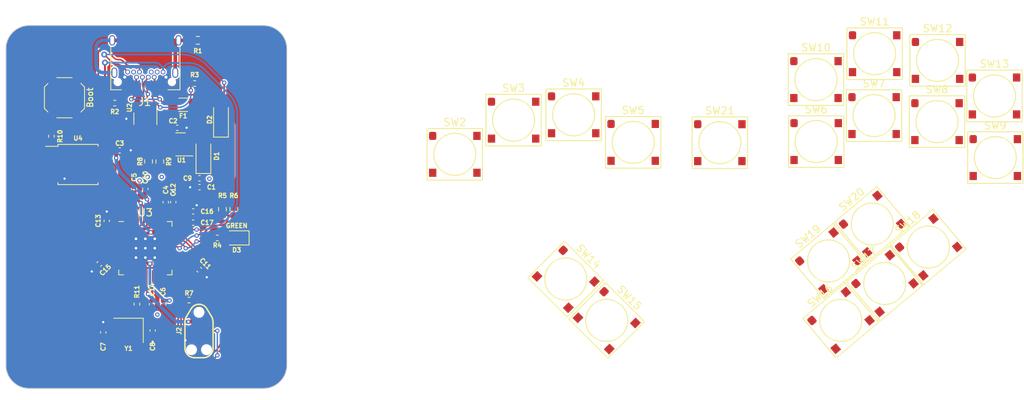
<source format=kicad_pcb>
(kicad_pcb (version 20221018) (generator pcbnew)
  (layers (0 "F.Cu" signal) (31 "B.Cu" signal) (34 "B.Paste" user) (35 "F.Paste" user) (36 "B.SilkS" user "B.Silkscreen") (37 "F.SilkS" user "F.Silkscreen") (38 "B.Mask" user) (39 "F.Mask" user) (44 "Edge.Cuts" user))
  (net 0 "")
  (net 1 "GND")
  (net 2 "+3V3")
  (net 3 "+5V")
  (net 4 "+1V1")
  (net 5 "XTAL_IN")
  (net 6 "/XTAL_O")
  (net 7 "Net-(D1-A)")
  (net 8 "3vCable")
  (net 9 "Net-(D3-A)")
  (net 10 "Net-(F1-Pad1)")
  (net 12 "Net-(J1-CC1)")
  (net 13 "DBUS+")
  (net 14 "DBUS-")
  (net 17 "DATA")
  (net 19 "Net-(J1-CC2)")
  (net 22 "Net-(J1-SHIELD)")
  (net 23 "SWD")
  (net 24 "~{RESET}")
  (net 25 "SWCLK")
  (net 27 "PICO_LED")
  (net 28 "VBUS_SENSE")
  (net 29 "D+")
  (net 30 "/D_+")
  (net 31 "D-")
  (net 32 "/D_-")
  (net 33 "/~{USB_BOOT}")
  (net 34 "CS")
  (net 35 "XTAL_OUT")
  (net 36 "START")
  (net 38 "RIGHT")
  (net 39 "DOWN")
  (net 40 "LEFT")
  (net 41 "L")
  (net 42 "M1")
  (net 43 "M2")
  (net 48 "C_UP")
  (net 49 "C_LT")
  (net 50 "A")
  (net 51 "C_DN")
  (net 52 "C_RT")
  (net 53 "UP")
  (net 54 "MS")
  (net 55 "Z")
  (net 56 "LS")
  (net 57 "X")
  (net 58 "Y")
  (net 60 "B")
  (net 61 "R")
  (net 63 "SD3")
  (net 64 "QSPI_CLK")
  (net 65 "SD0")
  (net 66 "SD2")
  (net 67 "SD1")
  (footprint "qw-footprints:SKRRAXE010" (layer "F.Cu") (at 245.97 39.21)
    (fp_text reference "SW7")
    (fp_text value "SW_Push")
  )
  (footprint "qw-footprints:SKRRAXE010" (layer "F.Cu") (at 241.450175 66.970888 40)
    (fp_text reference "SW16")
    (fp_text value "SW_Push")
  )
  (footprint "qw-footprints:SKRRAXE010" (layer "F.Cu") (at 238.12 42.73)
    (fp_text reference "SW6")
    (fp_text value "SW_Push")
  )
  (footprint "footprints:RP2040-QFN-56" (layer "F.Cu") (at 147.184839 57.183589)
    (fp_text reference "U3")
    (fp_text value "RP2040")
  )
  (footprint "qw-footprints:SKRRAXE010" (layer "F.Cu") (at 253.329059 57.029428 40)
    (fp_text reference "SW18")
    (fp_text value "SW_Push")
  )
  (footprint "Resistor_SMD:R_0402_1005Metric" (layer "F.Cu") (at 153.104839 64.218589 180)
    (fp_text reference "R7")
    (fp_text value "10k")
  )
  (footprint "Resistor_SMD:R_0402_1005Metric" (layer "F.Cu") (at 153.864839 34.858589)
    (fp_text reference "R3")
    (fp_text value "5.1k")
  )
  (footprint "qw-footprints:SKRRAXE010" (layer "F.Cu") (at 262.29 36.55)
    (fp_text reference "SW13")
    (fp_text value "SW_Push")
  )
  (footprint "qw-footprints:SKRRAXE010" (layer "F.Cu") (at 225.06 42.88)
    (fp_text reference "SW21")
    (fp_text value "SW_Push")
  )
  (footprint "Capacitor_SMD:C_0402_1005Metric" (layer "F.Cu") (at 141.949589 53.484607 90)
    (fp_text reference "C13")
    (fp_text value "100nF")
  )
  (footprint "Capacitor_SMD:C_0402_1005Metric" (layer "F.Cu") (at 153.661839 53.722839)
    (fp_text reference "C17")
    (fp_text value "100nF")
  )
  (footprint "Resistor_SMD:R_0603_1608Metric" (layer "F.Cu") (at 159.174839 51.893589 90)
    (fp_text reference "R6")
    (fp_text value "10k")
  )
  (footprint "Capacitor_SMD:C_0402_1005Metric" (layer "F.Cu") (at 151.504839 40.868589 180)
    (fp_text reference "C2")
    (fp_text value "1uF")
  )
  (footprint "Resistor_SMD:R_0603_1608Metric" (layer "F.Cu") (at 157.634839 51.893589 -90)
    (fp_text reference "R5")
    (fp_text value "5.6k")
  )
  (footprint "Package_TO_SOT_SMD:SOT-23-6" (layer "F.Cu") (at 147.184839 39.638589 -90)
    (fp_text reference "U2")
    (fp_text value "USBLC6-2SC6")
  )
  (footprint "Capacitor_SMD:C_0402_1005Metric" (layer "F.Cu") (at 153.661839 52.198839)
    (fp_text reference "C16")
    (fp_text value "100nF")
  )
  (footprint "Capacitor_SMD:C_0402_1005Metric" (layer "F.Cu") (at 150.966589 50.944607 90)
    (fp_text reference "C12")
    (fp_text value "100nF")
  )
  (footprint "qw-footprints:SKRRAXE010" (layer "F.Cu") (at 247.41 61.97 40)
    (fp_text reference "SW17")
    (fp_text value "SW_Push")
  )
  (footprint "Diode_SMD:D_SOD-123" (layer "F.Cu") (at 155.054839 44.698589 90)
    (fp_text reference "D1")
    (fp_text value "Schottky Diode")
  )
  (footprint "Resistor_SMD:R_0402_1005Metric" (layer "F.Cu") (at 146.041839 64.771839 90)
    (fp_text reference "R11")
    (fp_text value "1k")
  )
  (footprint "Capacitor_SMD:C_0402_1005Metric" (layer "F.Cu") (at 141.469839 68.597607 -90)
    (fp_text reference "C7")
    (fp_text value "22pF")
  )
  (footprint "Package_SO:SOIC-8_5.23x5.23mm_P1.27mm" (layer "F.Cu") (at 138.054839 45.838589)
    (fp_text reference "U4")
    (fp_text value "W25Q128JVS")
  )
  (footprint "qw-footprints:SKRRAXE010" (layer "F.Cu") (at 239.791626 58.911426 40)
    (fp_text reference "SW19")
    (fp_text value "SW_Push")
  )
  (footprint "qw-footprints:SKRRAXE010" (layer "F.Cu") (at 189.13 44.46)
    (fp_text reference "SW2")
    (fp_text value "SW_Push")
  )
  (footprint "Resistor_SMD:R_0402_1005Metric" (layer "F.Cu") (at 134.454839 42.008589 -90)
    (fp_text reference "R10")
    (fp_text value "1k")
  )
  (footprint "Capacitor_SMD:C_0402_1005Metric" (layer "F.Cu") (at 154.524839 48.913589)
    (fp_text reference "C1")
    (fp_text value "1uF")
  )
  (footprint "Resistor_SMD:R_0603_1608Metric" (layer "F.Cu") (at 149.144839 45.428589 -90)
    (fp_text reference "R9")
    (fp_text value "27")
  )
  (footprint "Package_TO_SOT_SMD:SOT-23" (layer "F.Cu") (at 151.957339 43.108589 180)
    (fp_text reference "U1")
    (fp_text value "XC6206")
  )
  (footprint "qw-footprints:SKRRAXE010" (layer "F.Cu") (at 262.4 44.9)
    (fp_text reference "SW9")
    (fp_text value "SW_Push")
  )
  (footprint "Capacitor_SMD:C_0402_1005Metric" (layer "F.Cu") (at 145.660839 49.150839 90)
    (fp_text reference "C5")
    (fp_text value "100nF")
  )
  (footprint "footprints:TYPE-C_24P_QCHT" (layer "F.Cu") (at 147.183339 30.288589 180)
    (fp_text reference "J1")
    (fp_text value "USB C Connector")
  )
  (footprint "Resistor_SMD:R_0603_1608Metric" (layer "F.Cu") (at 147.614839 45.428589 -90)
    (fp_text reference "R8")
    (fp_text value "27")
  )
  (footprint "Diode_SMD:D_SOD-123" (layer "F.Cu") (at 157.434839 39.768589 90)
    (fp_text reference "D2")
    (fp_text value "Schottky Diode")
  )
  (footprint "Capacitor_SMD:C_0402_1005Metric" (layer "F.Cu") (at 140.933589 59.326607 -135)
    (fp_text reference "C15")
    (fp_text value "100nF")
  )
  (footprint "qw-footprints:SKRRAXE010" (layer "F.Cu") (at 205.24 39.1)
    (fp_text reference "SW4")
    (fp_text value "SW_Push")
  )
  (footprint "Resistor_SMD:R_0402_1005Metric" (layer "F.Cu") (at 156.934839 55.798589)
    (fp_text reference "R4")
    (fp_text value "470")
  )
  (footprint "Capacitor_SMD:C_0402_1005Metric" (layer "F.Cu") (at 148.172589 68.343607 90)
    (fp_text reference "C8")
    (fp_text value "22pF")
  )
  (footprint "qw-footprints:SKRRAXE010" (layer "F.Cu") (at 246.04 30.82)
    (fp_text reference "SW11")
    (fp_text value "SW_Push")
  )
  (footprint "Capacitor_SMD:C_0402_1005Metric" (layer "F.Cu") (at 154.524839 47.713589 180)
    (fp_text reference "C9")
    (fp_text value "10uF")
  )
  (footprint "Capacitor_SMD:C_0402_1005Metric" (layer "F.Cu") (at 149.597839 64.771839 -90)
    (fp_text reference "C6")
    (fp_text value "100nF")
  )
  (footprint "Capacitor_SMD:C_0402_1005Metric" (layer "F.Cu") (at 154.490839 60.104482 -45)
    (fp_text reference "C11")
    (fp_text value "100nF")
  )
  (footprint "qw-footprints:SKRRAXE010" (layer "F.Cu") (at 197.1 39.83)
    (fp_text reference "SW3")
    (fp_text value "SW_Push")
  )
  (footprint "qw-footprints:SKRRAXE010" (layer "F.Cu") (at 254.57 31.73)
    (fp_text reference "SW12")
    (fp_text value "SW_Push")
  )
  (footprint "Crystal:Crystal_SMD_3225-4Pin_3.2x2.5mm" (layer "F.Cu") (at 144.898839 68.327839 180)
    (fp_text reference "Y1")
    (fp_text value "12MHz")
  )
  (footprint "qw-footprints:SKRRAXE010" (layer "F.Cu") (at 254.5 40.03)
    (fp_text reference "SW8")
    (fp_text value "SW_Push")
  )
  (footprint "Resistor_SMD:R_0603_1608Metric" (layer "F.Cu") (at 154.299839 29.008589 180)
    (fp_text reference "R1")
    (fp_text value "1M")
  )
  (footprint "qw-footprints:SKRRAXE010" (layer "F.Cu") (at 204.169211 61.363531 -45)
    (fp_text reference "SW14")
    (fp_text value "SW_Push")
  )
  (footprint "marbastlib-various:CON_TC2030_outlined" (layer "F.Cu") (at 154.454839 68.408589 -90)
    (fp_text reference "J2")
    (fp_text value "JTAG_TC2030")
  )
  (footprint "qw-footprints:SKRRAXE010" (layer "F.Cu") (at 213.31 42.84)
    (fp_text reference "SW5")
    (fp_text value "SW_Push")
  )
  (footprint "Capacitor_SMD:C_0402_1005Metric" (layer "F.Cu") (at 147.184839 49.150839 90)
    (fp_text reference "C10")
    (fp_text value "1uF")
  )
  (footprint "qw-footprints:SKRRAXE010" (layer "F.Cu") (at 245.723275 53.908073 40)
    (fp_text reference "SW20")
    (fp_text value "SW_Push")
  )
  (footprint "Resistor_SMD:R_0402_1005Metric" (layer "F.Cu") (at 143.034839 37.518589 180)
    (fp_text reference "R2")
    (fp_text value "5.1k")
  )
  (footprint "Button_Switch_SMD:SW_SPST_SKQG_WithStem" (layer "F.Cu") (at 136.214839 36.788589 -90)
    (fp_text reference "SW1" hide)
    (fp_text value "Boot")
  )
  (footprint "LED_SMD:LED_0805_2012Metric" (layer "F.Cu") (at 159.562339 55.788589 180)
    (fp_text reference "D3")
    (fp_text value "GREEN")
  )
  (footprint "Capacitor_SMD:C_0402_1005Metric" (layer "F.Cu") (at 143.704839 43.928589)
    (fp_text reference "C3")
    (fp_text value "100nF")
  )
  (footprint "qw-footprints:SKRRAXE010" (layer "F.Cu") (at 238.09 34.33)
    (fp_text reference "SW10")
    (fp_text value "SW_Push")
  )
  (footprint "Capacitor_SMD:C_0402_1005Metric" (layer "F.Cu") (at 149.950589 50.944607 90)
    (fp_text reference "C4")
    (fp_text value "1uF")
  )
  (footprint "Capacitor_SMD:C_0402_1005Metric" (layer "F.Cu") (at 148.073839 64.771839 -90)
    (fp_text reference "C14")
    (fp_text value "100nF")
  )
  (footprint "qw-footprints:SKRRAXE010" (layer "F.Cu") (at 209.72 66.970888 -45)
    (fp_text reference "SW15")
    (fp_text value "SW_Push")
  )
  (footprint "Fuse:Fuse_1206_3216Metric" (layer "F.Cu") (at 152.314839 37.748589)
    (fp_text reference "F1")
    (fp_text value "500 mA")
  )
  (gr_line (start 131.4475 26.99) (end 163.1975 26.99) (stroke (width 0.1)) (layer "Edge.Cuts"))
  (gr_arc (start 131.4475 76.2025) (mid 129.202461 75.272539) (end 128.2725 73.0275) (stroke (width 0.1)) (layer "Edge.Cuts"))
  (gr_line (start 131.4475 76.2025) (end 163.1975 76.2025) (stroke (width 0.1)) (layer "Edge.Cuts"))
  (gr_arc (start 166.3725 73.0275) (mid 165.442575 75.272575) (end 163.1975 76.2025) (stroke (width 0.1)) (layer "Edge.Cuts"))
  (gr_arc (start 128.2725 30.165) (mid 129.202425 27.919925) (end 131.4475 26.99) (stroke (width 0.1)) (layer "Edge.Cuts"))
  (gr_arc (start 163.1975 26.99) (mid 165.442539 27.919961) (end 166.3725 30.165) (stroke (width 0.1)) (layer "Edge.Cuts"))
  (gr_line (start 128.2725 30.165) (end 128.2725 73.0275) (stroke (width 0.1)) (layer "Edge.Cuts"))
  (gr_line (start 166.3725 30.165) (end 166.3725 73.0275) (stroke (width 0.1)) (layer "Edge.Cuts"))
  (via (at 148.807589 66.184607) (size 0.6) (drill 0.3) (layers "F.Cu" "B.Cu") (net 0))
  (via (at 146.394589 48.023607) (size 0.6) (drill 0.3) (layers "F.Cu" "B.Cu") (net 0))
  (via (at 149.410839 47.531482) (size 0.6) (drill 0.3) (layers "F.Cu" "B.Cu") (net 0))
  (via (at 147.505839 47.531482) (size 0.6) (drill 0.3) (layers "F.Cu" "B.Cu") (net 0))
  (via (at 155.864839 47.763589) (size 0.6) (drill 0.3) (layers "F.Cu" "B.Cu") (net 0))
  (segment (start 149.933339 35.208589) (end 149.933339 34.048589) (width 0.2) (layer "F.Cu") (net 1))
  (segment (start 134.492339 47.738589) (end 136.217339 47.738589) (width 0.5) (layer "F.Cu") (net 1))
  (segment (start 154.044839 48.913589) (end 153.264839 48.913589) (width 0.5) (layer "F.Cu") (net 1))
  (segment (start 141.949589 53.004607) (end 141.949589 52.214607) (width 0.381) (layer "F.Cu") (net 1))
  (segment (start 140.594178 59.666018) (end 139.917589 60.342607) (width 0.381) (layer "F.Cu") (net 1))
  (segment (start 151.984839 40.868589) (end 152.764839 40.868589) (width 0.5) (layer "F.Cu") (net 1))
  (segment (start 146.184839 60.621089) (end 146.184839 61.342118) (width 0.2) (layer "F.Cu") (net 1))
  (segment (start 148.172589 68.823607) (end 146.353071 68.823607) (width 0.381) (layer "F.Cu") (net 1))
  (segment (start 149.933339 34.048589) (end 149.983339 33.998589) (width 0.2) (layer "F.Cu") (net 1))
  (segment (start 153.264839 48.913589) (end 153.254839 48.923589) (width 0.5) (layer "F.Cu") (net 1))
  (segment (start 144.184839 43.928589) (end 145.194839 43.928589) (width 0.5) (layer "F.Cu") (net 1))
  (segment (start 144.433339 35.208589) (end 144.433339 34.048589) (width 0.2) (layer "F.Cu") (net 1))
  (segment (start 144.634839 39.608589) (end 144.604839 39.638589) (width 0.2) (layer "F.Cu") (net 1))
  (segment (start 154.044839 47.713589) (end 154.044839 48.913589) (width 0.5) (layer "F.Cu") (net 1))
  (segment (start 154.141839 52.198839) (end 154.141839 53.722839) (width 0.381) (layer "F.Cu") (net 1))
  (segment (start 145.751861 69.177839) (end 144.051861 67.477839) (width 0.254) (layer "F.Cu") (net 1))
  (segment (start 147.184839 38.501089) (end 147.184839 38.991958) (width 0.2) (layer "F.Cu") (net 1))
  (segment (start 145.660839 48.670839) (end 147.184839 48.670839) (width 0.5) (layer "F.Cu") (net 1))
  (segment (start 150.966589 50.464607) (end 150.966589 49.547607) (width 0.2) (layer "F.Cu") (net 1))
  (segment (start 155.506839 61.120482) (end 154.83025 60.443893) (width 0.2) (layer "F.Cu") (net 1))
  (segment (start 146.568208 39.608589) (end 144.634839 39.608589) (width 0.2) (layer "F.Cu") (net 1))
  (segment (start 141.469839 67.200607) (end 141.469839 68.117607) (width 0.381) (layer "F.Cu") (net 1))
  (segment (start 148.172589 68.823607) (end 148.172589 69.867607) (width 0.381) (layer "F.Cu") (net 1))
  (segment (start 144.433339 34.048589) (end 144.383339 33.998589) (width 0.2) (layer "F.Cu") (net 1))
  (segment (start 152.764839 40.868589) (end 152.774839 40.858589) (width 0.5) (layer "F.Cu") (net 1))
  (segment (start 153.819839 69.678589) (end 152.617578 69.678589) (width 0.25) (layer "F.Cu") (net 1))
  (segment (start 154.141589 51.358589) (end 154.141589 52.198589) (width 0.381) (layer "F.Cu") (net 1))
  (segment (start 145.876742 62.08593) (end 141.970264 65.992408) (width 0.2) (layer "F.Cu") (net 1))
  (via (at 152.774839 40.858589) (size 0.6) (drill 0.3) (layers "F.Cu" "B.Cu") (net 1))
  (via (at 141.469839 67.200607) (size 0.6) (drill 0.3) (layers "F.Cu" "B.Cu") (net 1))
  (via (at 153.254839 48.923589) (size 0.6) (drill 0.3) (layers "F.Cu" "B.Cu") (net 1))
  (via (at 139.917589 60.342607) (size 0.6) (drill 0.3) (layers "F.Cu" "B.Cu") (net 1))
  (via (at 144.604839 39.638589) (size 0.6) (drill 0.3) (layers "F.Cu" "B.Cu") (net 1))
  (via (at 136.232339 47.753589) (size 0.6) (drill 0.3) (layers "F.Cu" "B.Cu") (net 1))
  (via (at 154.141589 51.358589) (size 0.6) (drill 0.3) (layers "F.Cu" "B.Cu") (net 1))
  (via (at 148.172589 69.867607) (size 0.6) (drill 0.3) (layers "F.Cu" "B.Cu") (net 1))
  (via (at 155.506839 61.120482) (size 0.6) (drill 0.3) (layers "F.Cu" "B.Cu") (net 1))
  (via (at 141.949589 52.214607) (size 0.6) (drill 0.3) (layers "F.Cu" "B.Cu") (net 1))
  (via (at 150.966589 49.547607) (size 0.6) (drill 0.3) (layers "F.Cu" "B.Cu") (net 1))
  (via (at 145.204839 43.918589) (size 0.6) (drill 0.3) (layers "F.Cu" "B.Cu") (net 1))
  (via (at 152.617578 69.678589) (size 0.6) (drill 0.3) (layers "F.Cu" "B.Cu") (net 1))
  (arc (start 146.568208 39.608589) (mid 147.004232 39.427982) (end 147.184839 38.991958) (width 0.2) (layer "F.Cu") (net 1))
  (arc (start 141.469839 67.200607) (mid 141.599895 66.546705) (end 141.970264 65.992408) (width 0.2) (layer "F.Cu") (net 1))
  (arc (start 146.184839 61.342118) (mid 146.104767 61.744666) (end 145.876742 62.08593) (width 0.2) (layer "F.Cu") (net 1))
  (segment (start 145.909839 58.458589) (end 145.909839 55.908589) (width 0.635) (layer "B.Cu") (net 1))
  (segment (start 146.209839 58.158589) (end 148.159839 58.158589) (width 0.635) (layer "B.Cu") (net 1))
  (segment (start 145.909839 58.458589) (end 146.209839 58.158589) (width 0.635) (layer "B.Cu") (net 1))
  (segment (start 148.459839 55.908589) (end 145.909839 55.908589) (width 0.635) (layer "B.Cu") (net 1))
  (segment (start 148.159839 58.158589) (end 148.459839 58.458589) (width 0.635) (layer "B.Cu") (net 1))
  (segment (start 147.184839 55.908589) (end 147.184839 58.458589) (width 0.635) (layer "B.Cu") (net 1))
  (segment (start 148.459839 58.458589) (end 148.459839 55.908589) (width 0.635) (layer "B.Cu") (net 1))
  (segment (start 148.459839 57.183589) (end 145.909839 57.183589) (width 0.635) (layer "B.Cu") (net 1))
  (segment (start 147.384839 54.601857) (end 147.410589 54.627607) (width 0.2) (layer "F.Cu") (net 2))
  (segment (start 149.384839 53.746089) (end 149.784839 53.346089) (width 0.2) (layer "F.Cu") (net 2))
  (segment (start 147.410589 50.563607) (end 147.410589 50.151589) (width 0.2) (layer "F.Cu") (net 2))
  (segment (start 147.667681 52.935681) (end 147.565839 52.833839) (width 0.2) (layer "F.Cu") (net 2))
  (segment (start 147.410589 50.563607) (end 147.562989 50.716007) (width 0.2) (layer "F.Cu") (net 2))
  (segment (start 147.384839 53.746089) (end 147.384839 54.601857) (width 0.2) (layer "F.Cu") (net 2))
  (segment (start 149.724839 54.611839) (end 149.384839 54.271839) (width 0.2) (layer "F.Cu") (net 2))
  (segment (start 143.747339 54.583589) (end 144.914607 54.583589) (width 0.2) (layer "F.Cu") (net 2))
  (segment (start 141.905107 58.383089) (end 141.314589 58.973607) (width 0.381) (layer "F.Cu") (net 2))
  (segment (start 149.784839 54.544839) (end 149.851839 54.611839) (width 0.2) (layer "F.Cu") (net 2))
  (segment (start 153.017578 67.158589) (end 153.799839 67.158589) (width 0.5) (layer "F.Cu") (net 2))
  (segment (start 150.622339 54.583589) (end 151.611875 54.583589) (width 0.2) (layer "F.Cu") (net 2))
  (segment (start 147.537589 63.390607) (end 148.073839 63.926857) (width 0.5) (layer "F.Cu") (net 2))
  (segment (start 147.565839 52.833839) (end 147.501996 52.897682) (width 0.2) (layer "F.Cu") (net 2))
  (segment (start 144.914607 54.583589) (end 144.997589 54.500607) (width 0.2) (layer "F.Cu") (net 2))
  (segment (start 152.886839 53.722839) (end 153.181839 53.722839) (width 0.381) (layer "F.Cu") (net 2))
  (segment (start 147.384839 53.180524) (end 147.384839 53.746089) (width 0.2) (layer "F.Cu") (net 2))
  (segment (start 143.747339 54.583589) (end 142.982785 54.583589) (width 0.2) (layer "F.Cu") (net 2))
  (segment (start 142.275678 54.290696) (end 141.949589 53.964607) (width 0.2) (layer "F.Cu") (net 2))
  (segment (start 147.562989 52.830989) (end 147.565839 52.833839) (width 0.2) (layer "F.Cu") (net 2))
  (segment (start 150.622339 58.183589) (end 149.749839 58.183589) (width 0.2) (layer "F.Cu") (net 2))
  (segment (start 152.318982 54.290696) (end 152.886839 53.722839) (width 0.2) (layer "F.Cu") (net 2))
  (segment (start 147.537589 63.390607) (end 147.384839 63.237857) (width 0.2) (layer "F.Cu") (net 2))
  (segment (start 149.784839 53.746089) (end 149.784839 53.020571) (width 0.2) (layer "F.Cu") (net 2))
  (segment (start 153.364839 66.040122) (end 153.364839 64.822051) (width 0.5) (layer "F.Cu") (net 2))
  (segment (start 143.224839 43.928589) (end 141.679839 43.928589) (width 0.5) (layer "F.Cu") (net 2))
  (segment (start 155.221447 46.348589) (end 155.054839 46.348589) (width 0.5) (layer "F.Cu") (net 2))
  (segment (start 143.224839 44.958589) (end 143.224839 43.928589) (width 0.5) (layer "F.Cu") (net 2))
  (segment (start 147.384839 63.237857) (end 147.384839 60.621089) (width 0.2) (layer "F.Cu") (net 2))
  (segment (start 155.054839 48.863589) (end 155.004839 48.913589) (width 0.5) (layer "F.Cu") (net 2))
  (segment (start 153.181839 52.198839) (end 153.181839 53.722839) (width 0.381) (layer "F.Cu") (net 2))
  (segment (start 147.410589 50.151589) (end 147.184839 49.925839) (width 0.2) (layer "F.Cu") (net 2))
  (segment (start 150.077732 52.313464) (end 150.966589 51.424607) (width 0.2) (layer "F.Cu") (net 2))
  (segment (start 148.073839 63.926857) (end 148.073839 64.291839) (width 0.5) (layer "F.Cu") (net 2))
  (segment (start 147.784839 53.746089) (end 147.784839 54.339839) (width 0.2) (layer "F.Cu") (net 2))
  (segment (start 157.434839 41.418589) (end 157.434839 42.319274) (width 0.5) (layer "F.Cu") (net 2))
  (segment (start 144.502089 58.183589) (end 144.517839 58.167839) (width 0.2) (layer "F.Cu") (net 2))
  (segment (start 150.622339 54.583589) (end 149.753089 54.583589) (width 0.2) (layer "F.Cu") (net 2))
  (segment (start 143.747339 58.183589) (end 144.502089 58.183589) (width 0.2) (layer "F.Cu") (net 2))
  (segment (start 149.753089 54.583589) (end 149.724839 54.611839) (width 0.2) (layer "F.Cu") (net 2))
  (segment (start 147.784839 53.746089) (end 147.784839 53.218524) (width 0.2) (layer "F.Cu") (net 2))
  (segment (start 152.823964 58.437607) (end 154.151428 59.765071) (width 0.381) (layer "F.Cu") (net 2))
  (segment (start 150.622339 58.183589) (end 152.210727 58.183589) (width 0.2) (layer "F.Cu") (net 2))
  (segment (start 149.784839 53.746089) (end 149.784839 54.544839) (width 0.2) (layer "F.Cu") (net 2))
  (segment (start 147.562989 50.716007) (end 147.562989 52.830989) (width 0.2) (layer "F.Cu") (net 2))
  (segment (start 147.384839 60.621089) (end 147.384839 59.891839) (width 0.2) (layer "F.Cu") (net 2))
  (segment (start 155.054839 46.348589) (end 155.054839 48.863589) (width 0.5) (layer "F.Cu") (net 2))
  (segment (start 143.747339 58.183589) (end 142.386596 58.183589) (width 0.2) (layer "F.Cu") (net 2))
  (segment (start 149.384839 54.271839) (end 149.384839 53.746089) (width 0.2) (layer "F.Cu") (net 2))
  (segment (start 155.004839 49.147696) (end 155.004839 48.913589) (width 0.5) (layer "F.Cu") (net 2))
  (segment (start 156.299186 45.27085) (end 155.221447 46.348589) (width 0.5) (layer "F.Cu") (net 2))
  (segment (start 150.966589 51.424607) (end 151.79533 51.424607) (width 0.5) (layer "F.Cu") (net 2))
  (segment (start 153.387374 50.765161) (end 155.004839 49.147696) (width 0.5) (layer "F.Cu") (net 2))
  (via (at 143.224839 44.958589) (size 0.6) (drill 0.3) (layers "F.Cu" "B.Cu") (net 2))
  (via (at 147.537589 63.390607) (size 0.6) (drill 0.3) (layers "F.Cu" "B.Cu") (net 2))
  (via (at 153.017578 67.158589) (size 0.6) (drill 0.3) (layers "F.Cu" "B.Cu") (net 2))
  (via (at 147.410589 50.563607) (size 0.6) (drill 0.3) (layers "F.Cu" "B.Cu") (net 2))
  (arc (start 152.823964 58.437607) (mid 152.542601 58.249602) (end 152.210727 58.183589) (width 0.2) (layer "F.Cu") (net 2))
  (arc (start 142.275678 54.290696) (mid 142.600101 54.507469) (end 142.982785 54.583589) (width 0.2) (layer "F.Cu") (net 2))
  (arc (start 147.784839 53.218524) (mid 147.754391 53.06545) (end 147.667681 52.935681) (width 0.2) (layer "F.Cu") (net 2))
  (arc (start 150.077732 52.313464) (mid 149.860959 52.637887) (end 149.784839 53.020571) (width 0.2) (layer "F.Cu") (net 2))
  (arc (start 147.384839 53.180524) (mid 147.415287 53.027451) (end 147.501996 52.897682) (width 0.2) (layer "F.Cu") (net 2))
  (arc (start 153.614839 64.218589) (mid 153.429796 64.495494) (end 153.364839 64.822051) (width 0.5) (layer "F.Cu") (net 2))
  (arc (start 153.387374 50.765161) (mid 152.656938 51.253223) (end 151.79533 51.424607) (width 0.5) (layer "F.Cu") (net 2))
  (arc (start 157.434839 42.319274) (mid 157.140533 43.900013) (end 156.299186 45.27085) (width 0.5) (layer "F.Cu") (net 2))
  (arc (start 151.611875 54.583589) (mid 151.994558 54.507469) (end 152.318982 54.290696) (width 0.2) (layer "F.Cu") (net 2))
  (arc (start 153.364839 66.040122) (mid 153.48309 66.634608) (end 153.819839 67.138589) (width 0.5) (layer "F.Cu") (net 2))
  (arc (start 141.905107 58.383089) (mid 142.126073 58.235409) (end 142.386596 58.183589) (width 0.2) (layer "F.Cu") (net 2))
  (segment (start 151.719785 67.158589) (end 153.017578 67.158589) (width 0.5) (layer "B.Cu") (net 2))
  (segment (start 147.537589 63.390607) (end 151.012678 66.865696) (width 0.5) (layer "B.Cu") (net 2))
  (segment (start 144.228409 47.381427) (end 147.410589 50.563607) (width 0.5) (layer "B.Cu") (net 2))
  (arc (start 151.012678 66.865696) (mid 151.337101 67.082469) (end 151.719785 67.158589) (width 0.5) (layer "B.Cu") (net 2))
  (arc (start 143.224839 44.958589) (mid 143.485658 46.269821) (end 144.228409 47.381427) (width 0.5) (layer "B.Cu") (net 2))
  (segment (start 157.634839 50.024173) (end 157.634839 51.068589) (width 0.5) (layer "F.Cu") (net 3))
  (segment (start 151.019839 40.618589) (end 151.019839 43.108589) (width 0.5) (layer "F.Cu") (net 3))
  (segment (start 147.184839 40.215413) (end 147.184839 40.308589) (width 0.2) (layer "F.Cu") (net 3))
  (segment (start 152.009839 39.608589) (end 152.019839 39.618589) (width 0.2) (layer "F.Cu") (net 3))
  (segment (start 152.344839 39.618589) (end 157.934839 39.618589) (width 0.5) (layer "F.Cu") (net 3))
  (segment (start 158.407631 48.505797) (end 158.162047 48.751381) (width 0.5) (layer "F.Cu") (net 3))
  (segment (start 153.714839 37.748589) (end 153.714839 38.618589) (width 0.5) (layer "F.Cu") (net 3))
  (segment (start 158.934839 40.618589) (end 158.934839 47.233005) (width 0.5) (layer "F.Cu") (net 3))
  (segment (start 147.670524 39.608589) (end 152.009839 39.608589) (width 0.2) (layer "F.Cu") (net 3))
  (segment (start 152.344839 39.618589) (end 152.019839 39.618589) (width 0.5) (layer "F.Cu") (net 3))
  (segment (start 152.714839 39.618589) (end 152.344839 39.618589) (width 0.5) (layer "F.Cu") (net 3))
  (arc (start 158.407631 48.505797) (mid 158.797822 47.921835) (end 158.934839 47.233005) (width 0.5) (layer "F.Cu") (net 3))
  (arc (start 158.162047 48.751381) (mid 157.771856 49.335343) (end 157.634839 50.024173) (width 0.5) (layer "F.Cu") (net 3))
  (arc (start 153.714839 38.618589) (mid 153.421946 39.325696) (end 152.714839 39.618589) (width 0.5) (layer "F.Cu") (net 3))
  (arc (start 147.387682 39.725746) (mid 147.237548 39.950423) (end 147.184839 40.215413) (width 0.2) (layer "F.Cu") (net 3))
  (arc (start 147.670524 39.608589) (mid 147.517451 39.639037) (end 147.387682 39.725746) (width 0.2) (layer "F.Cu") (net 3))
  (arc (start 151.019839 40.618589) (mid 151.312732 39.911482) (end 152.019839 39.618589) (width 0.5) (layer "F.Cu") (net 3))
  (arc (start 157.934839 39.618589) (mid 158.641946 39.911482) (end 158.934839 40.618589) (width 0.5) (layer "F.Cu") (net 3))
  (segment (start 146.549839 51.055839) (end 146.691946 51.197946) (width 0.2) (layer "F.Cu") (net 4))
  (segment (start 147.784839 60.621089) (end 147.784839 61.769625) (width 0.2) (layer "F.Cu") (net 4))
  (segment (start 148.984839 54.589839) (end 148.835839 54.738839) (width 0.2) (layer "F.Cu") (net 4))
  (segment (start 149.597839 64.245367) (end 149.597839 64.291839) (width 0.2) (layer "F.Cu") (net 4))
  (segment (start 150.446357 64.291839) (end 149.597839 64.291839) (width 0.5) (layer "F.Cu") (net 4))
  (segment (start 148.077732 62.476732) (end 149.422081 63.821081) (width 0.2) (layer "F.Cu") (net 4))
  (segment (start 149.497152 51.878044) (end 149.950589 51.424607) (width 0.2) (layer "F.Cu") (net 4))
  (segment (start 146.984839 51.905053) (end 146.984839 53.746089) (width 0.2) (layer "F.Cu") (net 4))
  (segment (start 150.458589 64.279607) (end 150.446357 64.291839) (width 0.5) (layer "F.Cu") (net 4))
  (segment (start 146.549839 51.055839) (end 145.831223 50.337223) (width 0.381) (layer "F.Cu") (net 4))
  (segment (start 148.984839 53.746089) (end 148.984839 54.589839) (width 0.2) (layer "F.Cu") (net 4))
  (segment (start 148.984839 53.746089) (end 148.984839 53.114876) (width 0.2) (layer "F.Cu") (net 4))
  (via (at 147.918589 55.045839) (size 0.6) (drill 0.35) (layers "F.Cu" "B.Cu") (net 4))
  (via (at 147.791589 59.283089) (size 0.6) (drill 0.35) (layers "F.Cu" "B.Cu") (net 4))
  (via (at 150.458589 64.279607) (size 0.6) (drill 0.3) (layers "F.Cu" "B.Cu") (net 4))
  (via (at 146.549839 51.055839) (size 0.6) (drill 0.3) (layers "F.Cu" "B.Cu") (net 4))
  (arc (start 149.422081 63.821081) (mid 149.552157 64.01575) (end 149.597839 64.245367) (width 0.2) (layer "F.Cu") (net 4))
  (arc (start 145.831223 50.337223) (mid 145.705121 50.148497) (end 145.660839 49.925839) (width 0.381) (layer "F.Cu") (net 4))
  (arc (start 146.691946 51.197946) (mid 146.908719 51.522369) (end 146.984839 51.905053) (width 0.2) (layer "F.Cu") (net 4))
  (arc (start 148.077732 62.476732) (mid 147.860959 62.152309) (end 147.784839 61.769625) (width 0.2) (layer "F.Cu") (net 4))
  (arc (start 149.497152 51.878044) (mid 149.117985 52.445507) (end 148.984839 53.114876) (width 0.2) (layer "F.Cu") (net 4))
  (segment (start 150.154821 64.279607) (end 150.458589 64.279607) (width 0.381) (layer "B.Cu") (net 4))
  (segment (start 148.084482 62.623482) (end 149.447714 63.986714) (width 0.381) (layer "B.Cu") (net 4))
  (segment (start 147.791589 59.283089) (end 147.791589 61.916375) (width 0.381) (layer "B.Cu") (net 4))
  (segment (start 146.549839 53.262875) (end 146.549839 51.055839) (width 0.381) (layer "B.Cu") (net 4))
  (segment (start 147.918589 55.045839) (end 146.842732 53.969982) (width 0.381) (layer "B.Cu") (net 4))
  (arc (start 146.842732 53.969982) (mid 146.625959 53.645559) (end 146.549839 53.262875) (width 0.381) (layer "B.Cu") (net 4))
  (arc (start 149.447714 63.986714) (mid 149.772137 64.203487) (end 150.154821 64.279607) (width 0.381) (layer "B.Cu") (net 4))
  (arc (start 148.084482 62.623482) (mid 147.867709 62.299059) (end 147.791589 61.916375) (width 0.381) (layer "B.Cu") (net 4))
  (segment (start 146.290378 62.2373) (end 142.983372 65.544306) (width 0.2) (layer "F.Cu") (net 5))
  (segment (start 141.469839 69.077607) (end 143.698607 69.077607) (width 0.2) (layer "F.Cu") (net 5))
  (segment (start 143.001144 68.462144) (end 143.716839 69.177839) (width 0.2) (layer "F.Cu") (net 5))
  (segment (start 146.584839 60.621089) (end 146.584839 61.526408) (width 0.2) (layer "F.Cu") (net 5))
  (segment (start 142.485839 66.745456) (end 142.485839 67.218087) (width 0.2) (layer "F.Cu") (net 5))
  (arc (start 146.584839 61.526408) (mid 146.508311 61.91114) (end 146.290378 62.2373) (width 0.2) (layer "F.Cu") (net 5))
  (arc (start 142.485839 66.745456) (mid 142.615144 66.095398) (end 142.983372 65.544306) (width 0.2) (layer "F.Cu") (net 5))
  (arc (start 142.485839 67.218087) (mid 142.619762 67.891366) (end 143.001144 68.462144) (width 0.2) (layer "F.Cu") (net 5))
  (segment (start 146.041839 67.434839) (end 146.041839 65.281839) (width 0.2) (layer "F.Cu") (net 6))
  (segment (start 148.172589 67.863607) (end 146.384607 67.863607) (width 0.2) (layer "F.Cu") (net 6))
  (segment (start 152.894839 42.158589) (end 154.054839 42.158589) (width 0.5) (layer "F.Cu") (net 7))
  (segment (start 155.023071 42.899152) (end 155.023071 43.016821) (width 0.5) (layer "F.Cu") (net 7))
  (segment (start 155.023071 43.016821) (end 155.054839 43.048589) (width 0.5) (layer "F.Cu") (net 7))
  (arc (start 154.054839 42.158589) (mid 154.6636 42.365236) (end 155.023071 42.899152) (width 0.5) (layer "F.Cu") (net 7))
  (segment (start 144.783339 33.298589) (end 144.007653 32.522903) (width 0.2) (layer "F.Cu") (net 8))
  (segment (start 142.730524 32.054274) (end 141.604839 30.928589) (width 0.2) (layer "F.Cu") (net 8))
  (segment (start 149.900524 36.388589) (end 154.685812 36.388589) (width 0.2) (layer "F.Cu") (net 8))
  (segment (start 157.866428 34.757) (end 157.864839 34.758589) (width 0.2) (layer "F.Cu") (net 8))
  (segment (start 149.433339 35.208589) (end 149.433339 35.826453) (width 0.2) (layer "F.Cu") (net 8))
  (segment (start 143.441968 32.288589) (end 143.29621 32.288589) (width 0.2) (layer "F.Cu") (net 8))
  (segment (start 156.4254 37.10915) (end 157.434839 38.118589) (width 0.2) (layer "F.Cu") (net 8))
  (segment (start 157.864839 37.688589) (end 157.434839 38.118589) (width 0.2) (layer "F.Cu") (net 8))
  (segment (start 157.864839 34.758589) (end 157.864839 37.688589) (width 0.2) (layer "F.Cu") (net 8))
  (via (at 141.604839 30.928589) (size 0.8) (drill 0.4) (layers "F.Cu" "B.Cu") (net 8))
  (via (at 157.866428 34.757) (size 0.6) (drill 0.3) (layers "F.Cu" "B.Cu") (net 8))
  (arc (start 144.007653 32.522903) (mid 143.748114 32.349485) (end 143.441968 32.288589) (width 0.2) (layer "F.Cu") (net 8))
  (arc (start 143.29621 32.288589) (mid 142.990063 32.227692) (end 142.730524 32.054274) (width 0.2) (layer "F.Cu") (net 8))
  (arc (start 149.900524 36.388589) (mid 149.747451 36.358141) (end 149.617682 36.271432) (width 0.2) (layer "F.Cu") (net 8))
  (arc (start 149.433339 35.826453) (mid 149.481237 36.06725) (end 149.617682 36.271432) (width 0.2) (layer "F.Cu") (net 8))
  (arc (start 154.685812 36.388589) (mid 155.62727 36.575857) (end 156.4254 37.10915) (width 0.2) (layer "F.Cu") (net 8))
  (segment (start 141.604839 30.928589) (end 152.048173 30.928589) (width 0.2) (layer "B.Cu") (net 8))
  (segment (start 155.445049 32.335621) (end 157.866428 34.757) (width 0.2) (layer "B.Cu") (net 8))
  (arc (start 155.445049 32.335621) (mid 153.886549 31.294265) (end 152.048173 30.928589) (width 0.2) (layer "B.Cu") (net 8))
  (segment (start 158.614839 55.798589) (end 158.624839 55.788589) (width 0.2) (layer "F.Cu") (net 9))
  (segment (start 157.444839 55.798589) (end 158.614839 55.798589) (width 0.2) (layer "F.Cu") (net 9))
  (segment (start 145.933339 35.208589) (end 145.933339 34.048589) (width 0.25) (layer "F.Cu") (net 10))
  (segment (start 150.269053 37.728589) (end 151.154839 37.728589) (width 0.2) (layer "F.Cu") (net 10))
  (segment (start 145.933339 34.048589) (end 145.983339 33.998589) (width 0.25) (layer "F.Cu") (net 10))
  (segment (start 149.124839 36.998589) (end 149.561946 37.435696) (width 0.2) (layer "F.Cu") (net 10))
  (segment (start 148.433339 34.048589) (end 148.383339 33.998589) (width 0.25) (layer "F.Cu") (net 10))
  (segment (start 148.433339 35.208589) (end 148.433339 35.46273) (width 0.2) (layer "F.Cu") (net 10))
  (segment (start 148.433339 35.208589) (end 148.433339 34.048589) (width 0.25) (layer "F.Cu") (net 10))
  (segment (start 145.933339 35.208589) (end 145.933339 35.764312) (width 0.2) (layer "F.Cu") (net 10))
  (segment (start 145.526203 36.747225) (end 145.274839 36.998589) (width 0.2) (layer "F.Cu") (net 10))
  (segment (start 149.030391 36.904141) (end 149.124839 36.998589) (width 0.2) (layer "F.Cu") (net 10))
  (via (at 149.124839 36.998589) (size 0.6) (drill 0.3) (layers "F.Cu" "B.Cu") (net 10))
  (via (at 145.274839 36.998589) (size 0.6) (drill 0.3) (layers "F.Cu" "B.Cu") (net 10))
  (arc (start 145.526203 36.747225) (mid 145.827528 36.296261) (end 145.933339 35.764312) (width 0.2) (layer "F.Cu") (net 10))
  (arc (start 150.269053 37.728589) (mid 149.88637 37.652469) (end 149.561946 37.435696) (width 0.2) (layer "F.Cu") (net 10))
  (arc (start 149.030391 36.904141) (mid 148.588508 36.242816) (end 148.433339 35.46273) (width 0.2) (layer "F.Cu") (net 10))
  (segment (start 145.274839 36.998589) (end 149.124839 36.998589) (width 0.2) (layer "B.Cu") (net 10))
  (segment (start 148.089996 36.00655) (end 148.09037 36.007945) (width 0.2) (layer "F.Cu") (net 12))
  (segment (start 148.155014 36.64455) (end 148.155014 36.500379) (width 0.2) (layer "F.Cu") (net 12))
  (segment (start 147.933339 35.730179) (end 147.933339 35.208589) (width 0.2) (layer "F.Cu") (net 12))
  (segment (start 153.354839 34.858589) (end 153.354839 35.789089) (width 0.2) (layer "F.Cu") (net 12))
  (segment (start 148.038607 35.91829) (end 147.991917 35.8716) (width 0.2) (layer "F.Cu") (net 12))
  (segment (start 149.204839 38.108589) (end 148.447907 37.351657) (width 0.2) (layer "F.Cu") (net 12))
  (via (at 149.214839 38.098589) (size 0.6) (drill 0.3) (layers "F.Cu" "B.Cu") (net 12))
  (via (at 153.354839 35.789089) (size 0.6) (drill 0.3) (layers "F.Cu" "B.Cu") (net 12))
  (arc (start 148.09037 36.007945) (mid 148.07039 35.95971) (end 148.038607 35.91829) (width 0.2) (layer "F.Cu") (net 12))
  (arc (start 148.089996 36.00655) (mid 148.13869 36.251334) (end 148.155014 36.500379) (width 0.2) (layer "F.Cu") (net 12))
  (arc (start 147.933339 35.730179) (mid 147.948563 35.806715) (end 147.991917 35.8716) (width 0.2) (layer "F.Cu") (net 12))
  (arc (start 148.155014 36.64455) (mid 148.231134 37.027233) (end 148.447907 37.351657) (width 0.2) (layer "F.Cu") (net 12))
  (segment (start 153.354839 36.373019) (end 153.354839 35.789089) (width 0.2) (layer "B.Cu") (net 12))
  (segment (start 149.214839 38.098589) (end 151.629269 38.098589) (width 0.2) (layer "B.Cu") (net 12))
  (arc (start 153.354839 36.373019) (mid 152.849431 37.593181) (end 151.629269 38.098589) (width 0.2) (layer "B.Cu") (net 12))
  (segment (start 147.841946 37.655696) (end 147.726232 37.539982) (width 0.2) (layer "F.Cu") (net 13))
  (segment (start 148.134839 38.501089) (end 148.134839 38.362803) (width 0.2) (layer "F.Cu") (net 13))
  (segment (start 147.433339 36.832875) (end 147.433339 35.208589) (width 0.2) (layer "F.Cu") (net 13))
  (via (at 147.532839 36.298589) (size 0.6) (drill 0.3) (layers "F.Cu" "B.Cu") (net 13))
  (arc (start 148.134839 38.362803) (mid 148.058719 37.98012) (end 147.841946 37.655696) (width 0.2) (layer "F.Cu") (net 13))
  (arc (start 147.433339 36.832875) (mid 147.509459 37.215558) (end 147.726232 37.539982) (width 0.2) (layer "F.Cu") (net 13))
  (segment (start 147.532839 36.298589) (end 147.273334 36.039084) (width 0.2) (layer "B.Cu") (net 13))
  (segment (start 146.783339 34.856131) (end 146.783339 33.998589) (width 0.2) (layer "B.Cu") (net 13))
  (arc (start 146.783339 34.856131) (mid 146.910685 35.49634) (end 147.273334 36.039084) (width 0.2) (layer "B.Cu") (net 13))
  (segment (start 146.933339 35.174303) (end 146.933337 35.040464) (width 0.2) (layer "F.Cu") (net 14))
  (segment (start 146.234839 38.501089) (end 146.234839 38.332803) (width 0.2) (layer "F.Cu") (net 14))
  (segment (start 147.131585 34.561843) (end 147.583339 34.110089) (width 0.2) (layer "F.Cu") (net 14))
  (segment (start 146.933339 36.805875) (end 146.933339 35.208589) (width 0.2) (layer "F.Cu") (net 14))
  (segment (start 146.527732 37.625696) (end 146.640446 37.512982) (width 0.2) (layer "F.Cu") (net 14))
  (segment (start 146.933339 35.208589) (end 146.933339 35.174303) (width 0.2) (layer "F.Cu") (net 14))
  (segment (start 147.583339 34.110089) (end 147.583339 33.998589) (width 0.2) (layer "F.Cu") (net 14))
  (arc (start 146.933339 36.805875) (mid 146.857219 37.188558) (end 146.640446 37.512982) (width 0.2) (layer "F.Cu") (net 14))
  (arc (start 146.234839 38.332803) (mid 146.310959 37.95012) (end 146.527732 37.625696) (width 0.2) (layer "F.Cu") (net 14))
  (arc (start 146.933337 35.040464) (mid 146.984858 34.781436) (end 147.131585 34.561843) (width 0.2) (layer "F.Cu") (net 14))
  (segment (start 153.376875 54.668589) (end 154.164839 54.668589) (width 0.2) (layer "F.Cu") (net 17))
  (segment (start 141.704839 35.554375) (end 141.704839 32.028589) (width 0.25) (layer "F.Cu") (net 17))
  (segment (start 144.640446 36.212982) (end 144.437732 36.415696) (width 0.25) (layer "F.Cu") (net 17))
  (segment (start 144.933339 35.208589) (end 144.933339 35.505875) (width 0.25) (layer "F.Cu") (net 17))
  (segment (start 143.730625 36.708589) (end 142.859053 36.708589) (width 0.25) (layer "F.Cu") (net 17))
  (segment (start 152.540554 55.090696) (end 152.669768 54.961482) (width 0.2) (layer "F.Cu") (net 17))
  (segment (start 150.622339 55.383589) (end 151.833447 55.383589) (width 0.2) (layer "F.Cu") (net 17))
  (segment (start 142.151946 36.415696) (end 141.997732 36.261482) (width 0.25) (layer "F.Cu") (net 17))
  (via (at 154.127953 54.656589) (size 0.6) (drill 0.3) (layers "F.Cu" "B.Cu") (net 17))
  (via (at 141.704839 32.028589) (size 0.8) (drill 0.4) (layers "F.Cu" "B.Cu") (net 17))
  (arc (start 144.640446 36.212982) (mid 144.857219 35.888559) (end 144.933339 35.505875) (width 0.25) (layer "F.Cu") (net 17))
  (arc (start 153.376875 54.668589) (mid 152.994192 54.744709) (end 152.669768 54.961482) (width 0.2) (layer "F.Cu") (net 17))
  (arc (start 142.859053 36.708589) (mid 142.47637 36.632469) (end 142.151946 36.415696) (width 0.25) (layer "F.Cu") (net 17))
  (arc (start 151.833447 55.383589) (mid 152.21613 55.307469) (end 152.540554 55.090696) (width 0.2) (layer "F.Cu") (net 17))
  (arc (start 144.437732 36.415696) (mid 144.113309 36.632469) (end 143.730625 36.708589) (width 0.25) (layer "F.Cu") (net 17))
  (arc (start 141.997732 36.261482) (mid 141.780959 35.937059) (end 141.704839 35.554375) (width 0.25) (layer "F.Cu") (net 17))
  (segment (start 158.76616 52.737268) (end 158.264438 53.23899) (width 0.25) (layer "B.Cu") (net 17))
  (segment (start 150.629053 32.078589) (end 153.062198 32.078589) (width 0.25) (layer "B.Cu") (net 17))
  (segment (start 149.583339 32.710089) (end 149.921946 32.371482) (width 0.25) (layer "B.Cu") (net 17))
  (segment (start 141.704839 32.028589) (end 148.487625 32.028589) (width 0.25) (layer "B.Cu") (net 17))
  (segment (start 155.183518 32.957268) (end 158.442325 36.216075) (width 0.25) (layer "B.Cu") (net 17))
  (segment (start 159.644839 39.119201) (end 159.644839 50.615948) (width 0.25) (layer "B.Cu") (net 17))
  (segment (start 154.81308 54.668589) (end 154.164839 54.668589) (width 0.25) (layer "B.Cu") (net 17))
  (segment (start 149.194732 32.321482) (end 149.583339 32.710089) (width 0.25) (layer "B.Cu") (net 17))
  (segment (start 149.583339 33.298589) (end 149.583339 32.710089) (width 0.25) (layer "B.Cu") (net 17))
  (arc (start 149.921946 32.371482) (mid 150.24637 32.154709) (end 150.629053 32.078589) (width 0.25) (layer "B.Cu") (net 17))
  (arc (start 148.487625 32.028589) (mid 148.870308 32.104709) (end 149.194732 32.321482) (width 0.25) (layer "B.Cu") (net 17))
  (arc (start 158.264438 53.23899) (mid 156.680941 54.297049) (end 154.81308 54.668589) (width 0.25) (layer "B.Cu") (net 17))
  (arc (start 158.442325 36.216075) (mid 159.332316 37.548041) (end 159.644839 39.119201) (width 0.25) (layer "B.Cu") (net 17))
  (arc (start 153.062198 32.078589) (mid 154.210248 32.30695) (end 155.183518 32.957268) (width 0.25) (layer "B.Cu") (net 17))
  (arc (start 159.644839 50.615948) (mid 159.416478 51.763998) (end 158.76616 52.737268) (width 0.25) (layer "B.Cu") (net 17))
  (segment (start 140.804839 30.701369) (end 140.804839 36.518589) (width 0.2) (layer "F.Cu") (net 19))
  (segment (start 145.983339 32.459529) (end 145.12715 32.459529) (width 0.2) (layer "F.Cu") (net 19))
  (segment (start 141.804839 37.518589) (end 142.524839 37.518589) (width 0.2) (layer "F.Cu") (net 19))
  (segment (start 143.623468 31.618589) (end 143.48621 31.618589) (width 0.2) (layer "F.Cu") (net 19))
  (segment (start 144.561464 32.225214) (end 144.189153 31.852903) (width 0.2) (layer "F.Cu") (net 19))
  (segment (start 142.920524 31.384274) (end 142.599153 31.062903) (width 0.2) (layer "F.Cu") (net 19))
  (segment (start 146.383339 33.298589) (end 146.383339 32.859529) (width 0.2) (layer "F.Cu") (net 19))
  (segment (start 142.036209 30.168589) (end 141.337619 30.168589) (width 0.2) (layer "F.Cu") (net 19))
  (arc (start 144.189153 31.852903) (mid 143.929614 31.679485) (end 143.623468 31.618589) (width 0.2) (layer "F.Cu") (net 19))
  (arc (start 140.804839 36.518589) (mid 141.097732 37.225696) (end 141.804839 37.518589) (width 0.2) (layer "F.Cu") (net 19))
  (arc (start 145.12715 32.459529) (mid 144.821003 32.398632) (end 144.561464 32.225214) (width 0.2) (layer "F.Cu") (net 19))
  (arc (start 141.337619 30.168589) (mid 140.960887 30.324637) (end 140.804839 30.701369) (width 0.2) (layer "F.Cu") (net 19))
  (arc (start 146.383339 32.859529) (mid 146.266182 32.576686) (end 145.983339 32.459529) (width 0.2) (layer "F.Cu") (net 19))
  (arc (start 142.599153 31.062903) (mid 142.425735 30.803364) (end 142.364839 30.497218) (width 0.2) (layer "F.Cu") (net 19))
  (arc (start 143.48621 31.618589) (mid 143.180063 31.557692) (end 142.920524 31.384274) (width 0.2) (layer "F.Cu") (net 19))
  (arc (start 142.364839 30.497218) (mid 142.268586 30.264842) (end 142.036209 30.168589) (width 0.2) (layer "F.Cu") (net 19))
  (segment (start 151.238339 29.443589) (end 151.673339 29.008589) (width 0.5) (layer "F.Cu") (net 22))
  (segment (start 142.693339 29.008589) (end 151.673339 29.008589) (width 0.5) (layer "F.Cu") (net 22))
  (segment (start 151.238339 33.398589) (end 151.238339 29.443589) (width 0.5) (layer "F.Cu") (net 22))
  (segment (start 151.673339 29.008589) (end 153.474839 29.008589) (width 0.5) (layer "F.Cu") (net 22))
  (segment (start 141.504839 29.008589) (end 142.693339 29.008589) (width 0.5) (layer "B.Cu") (net 22))
  (segment (start 140.504839 32.398589) (end 140.504839 30.008589) (width 0.5) (layer "B.Cu") (net 22))
  (segment (start 142.978339 33.398589) (end 141.504839 33.398589) (width 0.5) (layer "B.Cu") (net 22))
  (arc (start 141.504839 33.398589) (mid 140.797732 33.105696) (end 140.504839 32.398589) (width 0.5) (layer "B.Cu") (net 22))
  (arc (start 140.504839 30.008589) (mid 140.797732 29.301482) (end 141.504839 29.008589) (width 0.5) (layer "B.Cu") (net 22))
  (segment (start 148.584839 60.621089) (end 148.584839 61.343657) (width 0.2) (layer "F.Cu") (net 23))
  (segment (start 157.544839 69.119016) (end 157.544839 68.349605) (width 0.2) (layer "F.Cu") (net 23))
  (segment (start 156.047978 71.76545) (end 156.731968 71.08146) (width 0.2) (layer "F.Cu") (net 23))
  (segment (start 152.310971 71.784721) (end 152.325905 71.799655) (width 0.2) (layer "F.Cu") (net 23))
  (segment (start 153.771859 72.398589) (end 154.519446 72.398589) (width 0.2) (layer "F.Cu") (net 23))
  (segment (start 152.018078 64.71032) (end 152.018078 71.07756) (width 0.2) (layer "F.Cu") (net 23))
  (segment (start 157.296633 67.750383) (end 157.107732 67.561482) (width 0.2) (layer "F.Cu") (net 23))
  (segment (start 150.845395 62.831407) (end 151.518698 63.50471) (width 0.2) (layer "F.Cu") (net 23))
  (segment (start 148.87773 62.050762) (end 148.905321 62.078353) (width 0.2) (layer "F.Cu") (net 23))
  (segment (start 149.709903 62.411647) (end 149.832006 62.411647) (width 0.2) (layer "F.Cu") (net 23))
  (segment (start 156.400625 67.268589) (end 155.064839 67.268589) (width 0.2) (layer "F.Cu") (net 23))
  (arc (start 148.87773 62.050762) (mid 148.660959 61.726339) (end 148.584839 61.343657) (width 0.2) (layer "F.Cu") (net 23))
  (arc (start 149.832006 62.411647) (mid 150.380448 62.520739) (end 150.845395 62.831407) (width 0.2) (layer "F.Cu") (net 23))
  (arc (start 154.519446 72.398589) (mid 155.346682 72.234042) (end 156.047978 71.76545) (width 0.2) (layer "F.Cu") (net 23))
  (arc (start 152.325905 71.799655) (mid 152.989314 72.242931) (end 153.771859 72.398589) (width 0.2) (layer "F.Cu") (net 23))
  (arc (start 157.107732 67.561482) (mid 156.783308 67.344709) (end 156.400625 67.268589) (width 0.2) (layer "F.Cu") (net 23))
  (arc (start 148.905321 62.078353) (mid 149.274462 62.325026) (end 149.709903 62.411647) (width 0.2) (layer "F.Cu") (net 23))
  (arc (start 157.544839 68.349605) (mid 157.480332 68.025308) (end 157.296633 67.750383) (width 0.2) (layer "F.Cu") (net 23))
  (arc (start 156.731968 71.08146) (mid 157.33358 70.181083) (end 157.544839 69.119016) (width 0.2) (layer "F.Cu") (net 23))
  (arc (start 151.518698 63.50471) (mid 151.888293 64.057849) (end 152.018078 64.71032) (width 0.2) (layer "F.Cu") (net 23))
  (arc (start 152.018078 71.07756) (mid 152.094204 71.460283) (end 152.310971 71.784721) (width 0.2) (layer "F.Cu") (net 23))
  (segment (start 148.984839 60.621089) (end 148.984839 61.064522) (width 0.2) (layer "F.Cu") (net 24))
  (segment (start 152.418078 64.467387) (end 152.418078 67.720061) (width 0.2) (layer "F.Cu") (net 24))
  (segment (start 153.106606 68.408589) (end 153.819839 68.408589) (width 0.2) (layer "F.Cu") (net 24))
  (segment (start 152.593814 68.144325) (end 152.682342 68.232853) (width 0.2) (layer "F.Cu") (net 24))
  (segment (start 151.065964 62.439714) (end 151.940386 63.314136) (width 0.2) (layer "F.Cu") (net 24))
  (segment (start 149.182696 61.542192) (end 149.383169 61.742665) (width 0.2) (layer "F.Cu") (net 24))
  (arc (start 152.418078 64.467387) (mid 152.29393 63.843252) (end 151.940386 63.314136) (width 0.2) (layer "F.Cu") (net 24))
  (arc (start 150.033707 62.012127) (mid 149.681638 61.942096) (end 149.383169 61.742665) (width 0.2) (layer "F.Cu") (net 24))
  (arc (start 152.682342 68.232853) (mid 152.876996 68.362917) (end 153.106606 68.408589) (width 0.2) (layer "F.Cu") (net 24))
  (arc (start 152.418078 67.720061) (mid 152.46375 67.949671) (end 152.593814 68.144325) (width 0.2) (layer "F.Cu") (net 24))
  (arc (start 150.033707 62.012127) (mid 150.592348 62.123253) (end 151.065964 62.439714) (width 0.2) (layer "F.Cu") (net 24))
  (arc (start 148.984839 61.064522) (mid 149.03626 61.323035) (end 149.182696 61.542192) (width 0.2) (layer "F.Cu") (net 24))
  (segment (start 156.739969 71.921281) (end 156.94875 71.7125) (width 0.2) (layer "F.Cu") (net 25))
  (segment (start 155.089839 68.408589) (end 156.915339 68.408589) (width 0.2) (layer "F.Cu") (net 25))
  (segment (start 151.618558 64.822821) (end 151.618558 71.197204) (width 0.2) (layer "F.Cu") (net 25))
  (segment (start 148.477734 62.215767) (end 148.642594 62.380627) (width 0.2) (layer "F.Cu") (net 25))
  (segment (start 151.944385 71.983821) (end 152.109134 72.14857) (width 0.2) (layer "F.Cu") (net 25))
  (segment (start 153.67842 72.798589) (end 154.621959 72.798589) (width 0.2) (layer "F.Cu") (net 25))
  (segment (start 156.915339 68.408589) (end 156.945339 68.378589) (width 0.2) (layer "F.Cu") (net 25))
  (segment (start 150.578918 63.129936) (end 151.156644 63.707662) (width 0.2) (layer "F.Cu") (net 25))
  (segment (start 148.184839 60.621089) (end 148.184839 61.508659) (width 0.2) (layer "F.Cu") (net 25))
  (segment (start 149.682014 62.811167) (end 149.809341 62.811167) (width 0.2) (layer "F.Cu") (net 25))
  (via (at 156.945339 68.378589) (size 0.6) (drill 0.3) (layers "F.Cu" "B.Cu") (net 25))
  (via (at 156.94875 71.7125) (size 0.6) (drill 0.3) (layers "F.Cu" "B.Cu") (net 25))
  (arc (start 152.109134 72.14857) (mid 152.829129 72.629655) (end 153.67842 72.798589) (width 0.2) (layer "F.Cu") (net 25))
  (arc (start 148.184839 61.508659) (mid 148.26096 61.891343) (end 148.477734 62.215767) (width 0.2) (layer "F.Cu") (net 25))
  (arc (start 154.621959 72.798589) (mid 155.768218 72.570584) (end 156.739969 71.921281) (width 0.2) (layer "F.Cu") (net 25))
  (arc (start 151.618558 71.197204) (mid 151.703238 71.622918) (end 151.944385 71.983821) (width 0.2) (layer "F.Cu") (net 25))
  (arc (start 151.156644 63.707662) (mid 151.49851 64.219301) (end 151.618558 64.822821) (width 0.2) (layer "F.Cu") (net 25))
  (arc (start 148.642594 62.380627) (mid 149.119473 62.699269) (end 149.682014 62.811167) (width 0.2) (layer "F.Cu") (net 25))
  (arc (start 149.809341 62.811167) (mid 150.225833 62.894012) (end 150.578918 63.129936) (width 0.2) (layer "F.Cu") (net 25))
  (segment (start 156.945339 71.709089) (end 156.94875 71.7125) (width 0.2) (layer "B.Cu") (net 25))
  (segment (start 156.945339 68.378589) (end 156.945339 71.709089) (width 0.2) (layer "B.Cu") (net 25))
  (segment (start 154.129831 56.264986) (end 154.444607 56.264986) (width 0.2) (layer "F.Cu") (net 27))
  (segment (start 152.64875 57.1725) (end 152.64875 57.0925) (width 0.2) (layer "F.Cu") (net 27))
  (segment (start 154.790127 56.091123) (end 154.906925 55.974325) (width 0.2) (layer "F.Cu") (net 27))
  (segment (start 154.127953 56.266864) (end 154.129831 56.264986) (width 0.2) (layer "F.Cu") (net 27))
  (segment (start 155.331189 55.798589) (end 156.424839 55.798589) (width 0.2) (layer "F.Cu") (net 27))
  (segment (start 152.64875 57.0925) (end 152.279588 56.723307) (width 0.2) (layer "F.Cu") (net 27))
  (segment (start 151.942297 56.583589) (end 150.622339 56.583589) (width 0.2) (layer "F.Cu") (net 27))
  (via (at 152.64875 57.184089) (size 0.6) (drill 0.3) (layers "F.Cu" "B.Cu") (net 27))
  (via (at 154.127953 56.266864) (size 0.6) (drill 0.3) (layers "F.Cu" "B.Cu") (net 27))
  (arc (start 154.906925 55.974325) (mid 155.101579 55.844261) (end 155.331189 55.798589) (width 0.2) (layer "F.Cu") (net 27))
  (arc (start 154.444607 56.264986) (mid 154.631239 56.204994) (end 154.790127 56.091123) (width 0.2) (layer "F.Cu") (net 27))
  (arc (start 152.279588 56.723307) (mid 152.124839 56.6199) (end 151.942297 56.583589) (width 0.2) (layer "F.Cu") (net 27))
  (segment (start 154.127953 56.266864) (end 154.125233 56.266864) (width 0.2) (layer "B.Cu") (net 27))
  (segment (start 154.125233 56.266864) (end 153.531355 56.860742) (width 0.2) (layer "B.Cu") (net 27))
  (arc (start 153.531355 56.860742) (mid 153.118344 57.100233) (end 152.64875 57.184089) (width 0.2) (layer "B.Cu") (net 27))
  (segment (start 150.622339 56.983589) (end 151.344734 56.983589) (width 0.2) (layer "F.Cu") (net 28))
  (segment (start 155.657631 54.605797) (end 155.407047 54.856381) (width 0.2) (layer "F.Cu") (net 28))
  (segment (start 159.174839 52.718589) (end 158.394839 52.718589) (width 0.2) (layer "F.Cu") (net 28))
  (segment (start 158.394839 52.718589) (end 157.634839 52.718589) (width 0.2) (layer "F.Cu") (net 28))
  (segment (start 158.394839 52.718589) (end 158.394839 53.078589) (width 0.2) (layer "F.Cu") (net 28))
  (segment (start 157.394839 54.078589) (end 156.930423 54.078589) (width 0.2) (layer "F.Cu") (net 28))
  (via (at 151.82875 57.184089) (size 0.6) (drill 0.3) (layers "F.Cu" "B.Cu") (net 28))
  (via (at 154.127953 55.467361) (size 0.6) (drill 0.3) (layers "F.Cu" "B.Cu") (net 28))
  (arc (start 156.930423 54.078589) (mid 156.241593 54.215606) (end 155.657631 54.605797) (width 0.2) (layer "F.Cu") (net 28))
  (arc (start 154.134255 55.383589) (mid 154.823085 55.246572) (end 155.407047 54.856381) (width 0.2) (layer "F.Cu") (net 28))
  (arc (start 157.394839 54.078589) (mid 158.101946 53.785696) (end 158.394839 53.078589) (width 0.2) (layer "F.Cu") (net 28))
  (arc (start 151.344734 56.983589) (mid 151.606669 57.035691) (end 151.82875 57.184089) (width 0.2) (layer "F.Cu") (net 28))
  (segment (start 151.82875 57.184089) (end 151.82875 57.15556) (width 0.2) (layer "B.Cu") (net 28))
  (segment (start 151.82875 57.15556) (end 153.082932 55.901378) (width 0.2) (layer "B.Cu") (net 28))
  (arc (start 154.130672 55.467361) (mid 153.563671 55.580158) (end 153.082932 55.901378) (width 0.2) (layer "B.Cu") (net 28))
  (segment (start 148.304839 42.458589) (end 147.318192 42.458589) (width 0.2) (layer "F.Cu") (net 29))
  (segment (start 147.318192 42.858589) (end 147.904839 42.858589) (width 0.2) (layer "F.Cu") (net 29))
  (segment (start 148.104839 43.058589) (end 148.104839 43.420645) (width 0.2) (layer "F.Cu") (net 29))
  (segment (start 148.891486 42.458589) (end 148.304839 42.458589) (width 0.2) (layer "F.Cu") (net 29))
  (segment (start 148.104839 40.806089) (end 148.104839 41.858589) (width 0.2) (layer "F.Cu") (net 29))
  (segment (start 148.304839 42.058589) (end 148.891486 42.058589) (width 0.2) (layer "F.Cu") (net 29))
  (arc (start 147.118192 42.658589) (mid 147.176771 42.80001) (end 147.318192 42.858589) (width 0.2) (layer "F.Cu") (net 29))
  (arc (start 147.904839 42.858589) (mid 148.04626 42.917168) (end 148.104839 43.058589) (width 0.2) (layer "F.Cu") (net 29))
  (arc (start 147.318192 42.458589) (mid 147.176771 42.517168) (end 147.118192 42.658589) (width 0.2) (layer "F.Cu") (net 29))
  (arc (start 148.104839 43.420645) (mid 147.977496 44.060842) (end 147.614839 44.603589) (width 0.2) (layer "F.Cu") (net 29))
  (arc (start 148.104839 41.858589) (mid 148.163418 42.00001) (end 148.304839 42.058589) (width 0.2) (layer "F.Cu") (net 29))
  (arc (start 149.091486 42.258589) (mid 149.032907 42.40001) (end 148.891486 42.458589) (width 0.2) (layer "F.Cu") (net 29))
  (arc (start 148.891486 42.058589) (mid 149.032907 42.117168) (end 149.091486 42.258589) (width 0.2) (layer "F.Cu") (net 29))
  (segment (start 147.632839 46.388482) (end 147.632839 46.197482) (width 0.2) (layer "F.Cu") (net 30))
  (segment (start 148.184839 53.746089) (end 148.184839 47.686066) (width 0.2) (layer "F.Cu") (net 30))
  (segment (start 147.657631 46.413274) (end 147.632839 46.388482) (width 0.2) (layer "F.Cu") (net 30))
  (arc (start 147.657631 46.413274) (mid 148.047822 46.997236) (end 148.184839 47.686066) (width 0.2) (layer "F.Cu") (net 30))
  (segment (start 146.204839 44.314375) (end 146.204839 40.806089) (width 0.2) (layer "F.Cu") (net 31))
  (segment (start 149.019839 44.603589) (end 148.497732 45.125696) (width 0.2) (layer "F.Cu") (net 31))
  (segment (start 146.204839 40.806089) (end 146.234839 40.776089) (width 0.2) (layer "F.Cu") (net 31))
  (segment (start 147.790625 45.418589) (end 147.309053 45.418589) (width 0.2) (layer "F.Cu") (net 31))
  (segment (start 146.601946 45.125696) (end 146.497732 45.021482) (width 0.2) (layer "F.Cu") (net 31))
  (segment (start 149.144839 44.603589) (end 149.019839 44.603589) (width 0.2) (layer "F.Cu") (net 31))
  (arc (start 146.204839 44.314375) (mid 146.280959 44.697058) (end 146.497732 45.021482) (width 0.2) (layer "F.Cu") (net 31))
  (arc (start 147.309053 45.418589) (mid 146.92637 45.342469) (end 146.601946 45.125696) (width 0.2) (layer "F.Cu") (net 31))
  (arc (start 147.790625 45.418589) (mid 148.173308 45.342469) (end 148.497732 45.125696) (width 0.2) (layer "F.Cu") (net 31))
  (segment (start 148.584839 53.746089) (end 148.584839 47.642066) (width 0.2) (layer "F.Cu") (net 32))
  (arc (start 148.584839 47.642066) (mid 148.721856 46.953236) (end 149.112047 46.369274) (width 0.2) (layer "F.Cu") (net 32))
  (segment (start 134.454839 41.498589) (end 134.454839 39.978589) (width 0.2) (layer "F.Cu") (net 33))
  (segment (start 134.364839 39.888589) (end 134.364839 33.688589) (width 0.2) (layer "F.Cu") (net 33))
  (segment (start 134.454839 39.978589) (end 134.364839 39.888589) (width 0.2) (layer "F.Cu") (net 33))
  (segment (start 136.679935 50.383685) (end 139.669743 50.383685) (width 0.2) (layer "F.Cu") (net 34))
  (segment (start 133.436762 48.936198) (end 134.00605 49.505486) (width 0.2) (layer "F.Cu") (net 34))
  (segment (start 134.454839 43.933589) (end 134.350504 43.933589) (width 0.2) (layer "F.Cu") (net 34))
  (segment (start 144.584839 53.715858) (end 144.584834 53.466598) (width 0.2) (layer "F.Cu") (net 34))
  (segment (start 144.584839 53.746089) (end 144.584839 53.715858) (width 0.2) (layer "F.Cu") (net 34))
  (segment (start 132.824839 45.459254) (end 132.824839 47.458887) (width 0.2) (layer "F.Cu") (net 34))
  (segment (start 144.148023 52.412071) (end 143.584103 51.848151) (width 0.2) (layer "F.Cu") (net 34))
  (segment (start 140.048573 50.383685) (end 139.669743 50.383685) (width 0.2) (layer "F.Cu") (net 34))
  (segment (start 134.454839 43.933589) (end 134.454839 42.518589) (width 0.2) (layer "F.Cu") (net 34))
  (segment (start 136.12737 50.384165) (end 136.679455 50.384165) (width 0.2) (layer "F.Cu") (net 34))
  (arc (start 140.048573 50.383685) (mid 141.961988 50.764288) (end 143.584103 51.848151) (width 0.2) (layer "F.Cu") (net 34))
  (arc (start 132.824839 45.459254) (mid 133.271696 44.380446) (end 134.350504 43.933589) (width 0.2) (layer "F.Cu") (net 34))
  (arc (start 134.00605 49.505486) (mid 134.97932 50.155804) (end 136.12737 50.384165) (width 0.2) (layer "F.Cu") (net 34))
  (arc (start 132.824839 47.458887) (mid 132.983872 48.258402) (end 133.436762 48.936198) (width 0.2) (layer "F.Cu") (net 34))
  (arc (start 144.584834 53.466598) (mid 144.471305 52.895892) (end 144.148023 52.412071) (width 0.2) (layer "F.Cu") (net 34))
  (segment (start 146.129707 63.858971) (end 146.691946 63.296732) (width 0.2) (layer "F.Cu") (net 35))
  (segment (start 146.984839 62.589625) (end 146.984839 60.621089) (width 0.2) (layer "F.Cu") (net 35))
  (segment (start 146.041839 64.261839) (end 146.041839 64.071103) (width 0.2) (layer "F.Cu") (net 35))
  (arc (start 146.041839 64.071103) (mid 146.064675 63.956298) (end 146.129707 63.858971) (width 0.2) (layer "F.Cu") (net 35))
  (arc (start 146.984839 62.589625) (mid 146.908719 62.972308) (end 146.691946 63.296732) (width 0.2) (layer "F.Cu") (net 35))
  (segment (start 143.747339 54.983589) (end 142.799269 54.983589) (width 0.2) (layer "F.Cu") (net 36))
  (segment (start 139.017831 56.549911) (end 138.981996 56.585746) (width 0.2) (layer "F.Cu") (net 36))
  (segment (start 138.981996 56.585746) (end 134.957026 60.610721) (width 0.2) (layer "F.Cu") (net 36))
  (segment (start 134.343365 62.09223) (end 134.343365 65.9925) (width 0.2) (layer "F.Cu") (net 36))
  (arc (start 142.799269 54.983589) (mid 140.75277 55.390663) (end 139.017831 56.549911) (width 0.2) (layer "F.Cu") (net 36))
  (arc (start 134.957026 60.610721) (mid 134.502851 61.290443) (end 134.343365 62.09223) (width 0.2) (layer "F.Cu") (net 36))
  (segment (start 141.59248 55.783589) (end 143.747339 55.783589) (width 0.2) (layer "F.Cu") (net 38))
  (segment (start 139.47116 56.662268) (end 135.382604 60.750828) (width 0.2) (layer "F.Cu") (net 38))
  (segment (start 134.743365 62.294089) (end 134.743365 66.4225) (width 0.2) (layer "F.Cu") (net 38))
  (arc (start 134.743365 62.294089) (mid 134.909498 61.458882) (end 135.382604 60.750828) (width 0.2) (layer "F.Cu") (net 38))
  (arc (start 139.47116 56.662268) (mid 140.44443 56.01195) (end 141.59248 55.783589) (width 0.2) (layer "F.Cu") (net 38))
  (segment (start 139.636846 57.062268) (end 135.764415 60.934701) (width 0.2) (layer "F.Cu") (net 39))
  (segment (start 135.143365 62.434048) (end 135.143365 67.8325) (width 0.2) (layer "F.Cu") (net 39))
  (segment (start 143.747339 56.183589) (end 141.758166 56.183589) (width 0.2) (layer "F.Cu") (net 39))
  (arc (start 141.758166 56.183589) (mid 140.610116 56.41195) (end 139.636846 57.062268) (width 0.2) (layer "F.Cu") (net 39))
  (arc (start 135.764415 60.934701) (mid 135.304771 61.622607) (end 135.143365 62.434048) (width 0.2) (layer "F.Cu") (net 39))
  (segment (start 143.747339 56.583589) (end 141.923852 56.583589) (width 0.2) (layer "F.Cu") (net 40))
  (segment (start 135.543365 62.601924) (end 135.543365 68.9125) (width 0.2) (layer "F.Cu") (net 40))
  (segment (start 139.802532 57.462268) (end 136.165964 61.098838) (width 0.2) (layer "F.Cu") (net 40))
  (arc (start 135.543365 62.601924) (mid 135.705173 61.78846) (end 136.165964 61.098838) (width 0.2) (layer "F.Cu") (net 40))
  (arc (start 141.923852 56.583589) (mid 140.775802 56.81195) (end 139.802532 57.462268) (width 0.2) (layer "F.Cu") (net 40))
  (segment (start 139.968217 57.862269) (end 139.968217 57.862286) (width 0.2) (layer "F.Cu") (net 41))
  (segment (start 139.9682 57.862286) (end 136.573859 61.256628) (width 0.2) (layer "F.Cu") (net 41))
  (segment (start 135.943365 62.778775) (end 135.943365 69.5825) (width 0.2) (layer "F.Cu") (net 41))
  (segment (start 143.747339 56.983589) (end 142.089538 56.983589) (width 0.2) (layer "F.Cu") (net 41))
  (segment (start 139.968217 57.862286) (end 139.9682 57.862286) (width 0.2) (layer "F.Cu") (net 41))
  (arc (start 142.089538 56.983589) (mid 140.941487 57.211951) (end 139.968217 57.862269) (width 0.2) (layer "F.Cu") (net 41))
  (arc (start 136.573859 61.256628) (mid 136.107225 61.954995) (end 135.943365 62.778775) (width 0.2) (layer "F.Cu") (net 41))
  (segment (start 140.133904 58.262268) (end 140.133904 58.262285) (width 0.2) (layer "F.Cu") (net 42))
  (segment (start 137.749251 60.646921) (end 136.929151 61.467021) (width 0.2) (layer "F.Cu") (net 42))
  (segment (start 143.747339 57.383589) (end 142.255224 57.383589) (width 0.2) (layer "F.Cu") (net 42))
  (segment (start 137.749268 60.646921) (end 137.749251 60.646921) (width 0.2) (layer "F.Cu") (net 42))
  (segment (start 140.133904 58.262285) (end 137.749268 60.646921) (width 0.2) (layer "F.Cu") (net 42))
  (segment (start 136.343365 62.881234) (end 136.343365 70.1125) (width 0.2) (layer "F.Cu") (net 42))
  (arc (start 136.929151 61.467021) (mid 136.495606 62.115867) (end 136.343365 62.881234) (width 0.2) (layer "F.Cu") (net 42))
  (arc (start 142.255224 57.383589) (mid 141.107174 57.61195) (end 140.133904 58.262268) (width 0.2) (layer "F.Cu") (net 42))
  (segment (start 142.42091 57.783589) (end 143.747339 57.783589) (width 0.2) (layer "F.Cu") (net 43))
  (segment (start 136.743365 63.046927) (end 136.743365 72.227885) (width 0.2) (layer "F.Cu") (net 43))
  (segment (start 140.29959 58.662268) (end 140.29959 58.662285) (width 0.2) (layer "F.Cu") (net 43))
  (segment (start 138.149268 60.812607) (end 137.32916 61.632704) (width 0.2) (layer "F.Cu") (net 43))
  (segment (start 140.29959 58.662285) (end 138.149268 60.812607) (width 0.2) (layer "F.Cu") (net 43))
  (arc (start 142.42091 57.783589) (mid 141.27286 58.01195) (end 140.29959 58.662268) (width 0.2) (layer "F.Cu") (net 43))
  (arc (start 137.32916 61.632704) (mid 136.895608 62.281554) (end 136.743365 63.046927) (width 0.2) (layer "F.Cu") (net 43))
  (segment (start 144.584839 60.621089) (end 144.489956 60.71321) (width 0.2) (layer "F.Cu") (net 48))
  (segment (start 144.489956 60.71321) (end 144.280147 60.87421) (width 0.2) (layer "F.Cu") (net 48))
  (segment (start 137.846325 61.681229) (end 137.612001 61.915549) (width 0.2) (layer "F.Cu") (net 48))
  (segment (start 144.051117 61.006445) (end 143.806786 61.107652) (width 0.2) (layer "F.Cu") (net 48))
  (segment (start 143.551334 61.176099) (end 143.289133 61.210615) (width 0.2) (layer "F.Cu") (net 48))
  (segment (start 143.806786 61.107652) (end 143.551334 61.176099) (width 0.2) (layer "F.Cu") (net 48))
  (segment (start 143.289133 61.210615) (end 143.156901 61.212607) (width 0.2) (layer "F.Cu") (net 48))
  (segment (start 143.156901 61.212607) (end 138.977688 61.212607) (width 0.2) (layer "F.Cu") (net 48))
  (segment (start 144.280147 60.87421) (end 144.051117 61.006445) (width 0.2) (layer "F.Cu") (net 48))
  (segment (start 137.143364 63.046928) (end 137.143364 71.747886) (width 0.2) (layer "F.Cu") (net 48))
  (arc (start 137.612001 61.915549) (mid 137.265159 62.434629) (end 137.143364 63.046928) (width 0.2) (layer "F.Cu") (net 48))
  (arc (start 137.846325 61.681229) (mid 138.3654 61.334398) (end 138.977688 61.212607) (width 0.2) (layer "F.Cu") (net 48))
  (segment (start 144.984839 60.621089) (end 144.984839 61.056584) (width 0.2) (layer "F.Cu") (net 49))
  (segment (start 138.099863 61.993368) (end 137.924125 62.169106) (width 0.2) (layer "F.Cu") (net 49))
  (segment (start 137.543364 63.088345) (end 137.543364 70.7125) (width 0.2) (layer "F.Cu") (net 49))
  (segment (start 138.09987 61.993368) (end 138.099863 61.993368) (width 0.2) (layer "F.Cu") (net 49))
  (segment (start 144.409482 61.612607) (end 139.019109 61.612607) (width 0.2) (layer "F.Cu") (net 49))
  (segment (start 144.803571 61.425631) (end 144.852055 61.377148) (width 0.2) (layer "F.Cu") (net 49))
  (arc (start 138.09987 61.993368) (mid 138.52162 61.711563) (end 139.019109 61.612607) (width 0.2) (layer "F.Cu") (net 49))
  (arc (start 144.763035 61.466161) (mid 144.600823 61.574547) (end 144.409482 61.612607) (width 0.2) (layer "F.Cu") (net 49))
  (arc (start 137.924125 62.169106) (mid 137.64232 62.590856) (end 137.543364 63.088345) (width 0.2) (layer "F.Cu") (net 49))
  (arc (start 144.984839 61.056584) (mid 144.95033 61.230072) (end 144.852055 61.377148) (width 0.2) (layer "F.Cu") (net 49))
  (segment (start 138.356834 62.302088) (end 138.233331 62.42559) (width 0.2) (layer "F.Cu") (net 50))
  (segment (start 137.943364 63.125628) (end 137.943364 70.0825) (width 0.2) (layer "F.Cu") (net 50))
  (segment (start 145.046951 61.747251) (end 145.016391 61.777811) (width 0.2) (layer "F.Cu") (net 50))
  (segment (start 145.168664 61.625546) (end 145.046951 61.747251) (width 0.2) (layer "F.Cu") (net 50))
  (segment (start 144.450705 62.012126) (end 139.056867 62.012126) (width 0.2) (layer "F.Cu") (net 50))
  (segment (start 145.384839 60.621089) (end 145.384839 61.103673) (width 0.2) (layer "F.Cu") (net 50))
  (arc (start 145.016391 61.777811) (mid 144.756852 61.95123) (end 144.450705 62.012126) (width 0.2) (layer "F.Cu") (net 50))
  (arc (start 145.384839 61.103673) (mid 145.328657 61.38611) (end 145.168664 61.625546) (width 0.2) (layer "F.Cu") (net 50))
  (arc (start 137.943364 63.125628) (mid 138.018724 62.74677) (end 138.233331 62.42559) (width 0.2) (layer "F.Cu") (net 50))
  (arc (start 139.056867 62.012126) (mid 138.678012 62.087485) (end 138.356834 62.302088) (width 0.2) (layer "F.Cu") (net 50))
  (segment (start 144.533348 62.411646) (end 139.086344 62.411646) (width 0.2) (layer "F.Cu") (net 51))
  (segment (start 145.784839 60.621089) (end 145.784839 61.189315) (width 0.2) (layer "F.Cu") (net 51))
  (segment (start 138.619653 62.604956) (end 138.536673 62.687936) (width 0.2) (layer "F.Cu") (net 51))
  (segment (start 145.512565 61.846643) (end 145.240455 62.118753) (width 0.2) (layer "F.Cu") (net 51))
  (segment (start 138.343364 63.154626) (end 138.343364 69.1825) (width 0.2) (layer "F.Cu") (net 51))
  (arc (start 138.536673 62.687936) (mid 138.393603 62.902055) (end 138.343364 63.154626) (width 0.2) (layer "F.Cu") (net 51))
  (arc (start 139.086344 62.411646) (mid 138.833773 62.461886) (end 138.619653 62.604956) (width 0.2) (layer "F.Cu") (net 51))
  (arc (start 145.240455 62.118753) (mid 144.916031 62.335526) (end 144.533348 62.411646) (width 0.2) (layer "F.Cu") (net 51))
  (arc (start 145.784839 61.189315) (mid 145.714077 61.545058) (end 145.512565 61.846643) (width 0.2) (layer "F.Cu") (net 51))
  (segment (start 153.066116 62.370855) (end 154.16094 63.465679) (width 0.2) (layer "F.Cu") (net 52))
  (segment (start 158.80875 67.214723) (end 158.80875 71.8825) (width 0.2) (layer "F.Cu") (net 52))
  (segment (start 150.108979 61.612607) (end 151.235544 61.612607) (width 0.2) (layer "F.Cu") (net 52))
  (segment (start 149.384839 60.621089) (end 149.384839 61.014522) (width 0.2) (layer "F.Cu") (net 52))
  (segment (start 156.402286 64.394045) (end 158.515857 66.507616) (width 0.2) (layer "F.Cu") (net 52))
  (segment (start 149.483157 61.251882) (end 149.656431 61.425156) (width 0.2) (layer "F.Cu") (net 52))
  (arc (start 158.515857 66.507616) (mid 158.73263 66.832039) (end 158.80875 67.214723) (width 0.2) (layer "F.Cu") (net 52))
  (arc (start 151.235544 61.612607) (mid 152.226243 61.809669) (end 153.066116 62.370855) (width 0.2) (layer "F.Cu") (net 52))
  (arc (start 154.16094 63.465679) (mid 154.864823 63.935998) (end 155.695179 64.101152) (width 0.2) (layer "F.Cu") (net 52))
  (arc (start 155.695179 64.101152) (mid 156.077863 64.177272) (end 156.402286 64.394045) (width 0.2) (layer "F.Cu") (net 52))
  (arc (start 149.483157 61.251882) (mid 149.410391 61.14298) (end 149.384839 61.014522) (width 0.2) (layer "F.Cu") (net 52))
  (arc (start 149.656431 61.425156) (mid 149.864062 61.56389) (end 150.108979 61.612607) (width 0.2) (layer "F.Cu") (net 52))
  (segment (start 156.567946 63.994019) (end 158.915857 66.34193) (width 0.2) (layer "F.Cu") (net 53))
  (segment (start 151.204784 61.212607) (end 151.455053 61.212607) (width 0.2) (layer "F.Cu") (net 53))
  (segment (start 159.20875 67.049037) (end 159.20875 71.4925) (width 0.2) (layer "F.Cu") (net 53))
  (segment (start 149.784839 60.621089) (end 149.790571 60.626821) (width 0.2) (layer "F.Cu") (net 53))
  (segment (start 153.193738 61.932793) (end 154.326602 63.065656) (width 0.2) (layer "F.Cu") (net 53))
  (arc (start 159.20875 67.049037) (mid 159.13263 66.666354) (end 158.915857 66.34193) (width 0.2) (layer "F.Cu") (net 53))
  (arc (start 155.860865 63.701152) (mid 156.243563 63.777271) (end 156.567946 63.994019) (width 0.2) (layer "F.Cu") (net 53))
  (arc (start 149.790571 60.626821) (mid 150.439417 61.060366) (end 151.204784 61.212607) (width 0.2) (layer "F.Cu") (net 53))
  (arc (start 153.193738 61.932793) (mid 152.396022 61.399777) (end 151.455053 61.212607) (width 0.2) (layer "F.Cu") (net 53))
  (arc (start 154.326602 63.065656) (mid 155.030509 63.535992) (end 155.860865 63.701152) (width 0.2) (layer "F.Cu") (net 53))
  (segment (start 150.822033 59.783589) (end 150.622339 59.783589) (width 0.2) (layer "F.Cu") (net 54))
  (segment (start 159.315857 66.176245) (end 156.733674 63.594061) (width 0.2) (layer "F.Cu") (net 54))
  (segment (start 154.492269 62.665639) (end 152.167549 60.34092) (width 0.2) (layer "F.Cu") (net 54))
  (segment (start 159.60875 70.8725) (end 159.60875 66.883351) (width 0.2) (layer "F.Cu") (net 54))
  (arc (start 156.733674 63.594061) (mid 156.409237 63.377278) (end 156.026551 63.301152) (width 0.2) (layer "F.Cu") (net 54))
  (arc (start 152.167549 60.34092) (mid 151.550221 59.928435) (end 150.822033 59.783589) (width 0.2) (layer "F.Cu") (net 54))
  (arc (start 156.026551 63.301152) (mid 155.196196 63.135987) (end 154.492269 62.665639) (width 0.2) (layer "F.Cu") (net 54))
  (arc (start 159.315857 66.176245) (mid 159.532629 66.500668) (end 159.60875 66.883351) (width 0.2) (layer "F.Cu") (net 54))
  (segment (start 160.00875 70.2325) (end 160.00875 70.2625) (width 0.2) (layer "F.Cu") (net 55))
  (segment (start 150.622339 59.383589) (end 150.996097 59.383589) (width 0.2) (layer "F.Cu") (net 55))
  (segment (start 156.899328 63.194029) (end 159.725857 66.020558) (width 0.2) (layer "F.Cu") (net 55))
  (segment (start 160.01875 66.727665) (end 160.01875 70.2325) (width 0.2) (layer "F.Cu") (net 55))
  (segment (start 152.32731 59.934995) (end 154.657962 62.265646) (width 0.2) (layer "F.Cu") (net 55))
  (segment (start 160.01875 70.2325) (end 160.00875 70.2325) (width 0.2) (layer "F.Cu") (net 55))
  (arc (start 154.657962 62.265646) (mid 155.361882 62.735989) (end 156.192237 62.901152) (width 0.2) (layer "F.Cu") (net 55))
  (arc (start 159.725857 66.020558) (mid 159.94263 66.344981) (end 160.01875 66.727665) (width 0.2) (layer "F.Cu") (net 55))
  (arc (start 156.899328 63.194029) (mid 156.574922 62.977268) (end 156.192237 62.901152) (width 0.2) (layer "F.Cu") (net 55))
  (arc (start 150.996097 59.383589) (mid 151.716544 59.526895) (end 152.32731 59.934995) (width 0.2) (layer "F.Cu") (net 55))
  (segment (start 150.622339 58.983589) (end 151.113163 58.983589) (width 0.2) (layer "F.Cu") (net 56))
  (segment (start 160.41875 66.561979) (end 160.41875 68.4325) (width 0.2) (layer "F.Cu") (net 56))
  (segment (start 152.527376 59.569375) (end 154.892603 61.934601) (width 0.2) (layer "F.Cu") (net 56))
  (segment (start 157.133929 62.862944) (end 158.77875 64.507765) (width 0.2) (layer "F.Cu") (net 56))
  (segment (start 158.77875 64.507765) (end 160.125857 65.854873) (width 0.2) (layer "F.Cu") (net 56))
  (arc (start 160.125857 65.854873) (mid 160.342629 66.179296) (end 160.41875 66.561979) (width 0.2) (layer "F.Cu") (net 56))
  (arc (start 151.113163 58.983589) (mid 151.87853 59.13583) (end 152.527376 59.569375) (width 0.2) (layer "F.Cu") (net 56))
  (arc (start 156.260484 62.501152) (mid 156.733189 62.595179) (end 157.133929 62.862944) (width 0.2) (layer "F.Cu") (net 56))
  (arc (start 154.892603 61.934601) (mid 155.520144 62.353911) (end 156.260484 62.501152) (width 0.2) (layer "F.Cu") (net 56))
  (segment (start 152.693063 59.169376) (end 155.120525 61.596838) (width 0.2) (layer "F.Cu") (net 57))
  (segment (start 150.622339 58.583589) (end 151.278849 58.583589) (width 0.2) (layer "F.Cu") (net 57))
  (segment (start 157.361978 62.525304) (end 157.444483 62.607812) (width 0.2) (layer "F.Cu") (net 57))
  (segment (start 160.81875 66.396294) (end 160.81875 67.9025) (width 0.2) (layer "F.Cu") (net 57))
  (segment (start 157.444483 62.607812) (end 160.525857 65.689188) (width 0.2) (layer "F.Cu") (net 57))
  (arc (start 156.33801 62.101152) (mid 156.89218 62.211385) (end 157.361978 62.525304) (width 0.2) (layer "F.Cu") (net 57))
  (arc (start 160.525857 65.689188) (mid 160.742629 66.013611) (end 160.81875 66.396294) (width 0.2) (layer "F.Cu") (net 57))
  (arc (start 155.120525 61.596838) (mid 155.679129 61.970085) (end 156.33801 62.101152) (width 0.2) (layer "F.Cu") (net 57))
  (arc (start 151.278849 58.583589) (mid 152.044216 58.73583) (end 152.693063 59.169376) (width 0.2) (layer "F.Cu") (net 57))
  (segment (start 152.225741 57.783589) (end 150.622339 57.783589) (width 0.2) (layer "F.Cu") (net 58))
  (segment (start 161.21875 66.230609) (end 161.21875 67.5325) (width 0.2) (layer "F.Cu") (net 58))
  (segment (start 160.201803 64.799447) (end 153.864913 58.462556) (width 0.2) (layer "F.Cu") (net 58))
  (segment (start 160.201803 64.799447) (end 160.925857 65.523503) (width 0.2) (layer "F.Cu") (net 58))
  (arc (start 153.864913 58.462556) (mid 153.112854 57.960047) (end 152.225741 57.783589) (width 0.2) (layer "F.Cu") (net 58))
  (arc (start 160.925857 65.523503) (mid 161.142629 65.847926) (end 161.21875 66.230609) (width 0.2) (layer "F.Cu") (net 58))
  (segment (start 154.23375 58.052475) (end 154.23375 58.120732) (width 0.2) (layer "F.Cu") (net 60))
  (segment (start 154.336262 58.368219) (end 161.325858 65.357818) (width 0.2) (layer "F.Cu") (net 60))
  (segment (start 152.802732 56.476482) (end 154.131238 57.804988) (width 0.2) (layer "F.Cu") (net 60))
  (segment (start 161.61875 66.064924) (end 161.61875 66.8825) (width 0.2) (layer "F.Cu") (net 60))
  (segment (start 150.622339 56.183589) (end 152.095625 56.183589) (width 0.2) (layer "F.Cu") (net 60))
  (arc (start 161.325858 65.357818) (mid 161.54263 65.682241) (end 161.61875 66.064924) (width 0.2) (layer "F.Cu") (net 60))
  (arc (start 154.131238 57.804988) (mid 154.207108 57.918536) (end 154.23375 58.052475) (width 0.2) (layer "F.Cu") (net 60))
  (arc (start 154.336262 58.368219) (mid 154.260392 58.254671) (end 154.23375 58.120732) (width 0.2) (layer "F.Cu") (net 60))
  (arc (start 152.802732 56.476482) (mid 152.478309 56.259709) (end 152.095625 56.183589) (width 0.2) (layer "F.Cu") (net 60))
  (segment (start 154.63375 57.88679) (end 154.63375 57.955046) (width 0.2) (layer "F.Cu") (net 61))
  (segment (start 150.622339 55.783589) (end 152.150474 55.783589) (width 0.2) (layer "F.Cu") (net 61))
  (segment (start 154.736262 58.202533) (end 160.216228 63.6825) (width 0.2) (layer "F.Cu") (net 61))
  (segment (start 153.046792 56.154856) (end 154.531238 57.639303) (width 0.2) (layer "F.Cu") (net 61))
  (segment (start 160.216228 63.6825) (end 161.725858 65.192133) (width 0.2) (layer "F.Cu") (net 61))
  (segment (start 162.01875 65.899239) (end 162.01875 66.3525) (width 0.2) (layer "F.Cu") (net 61))
  (arc (start 152.150474 55.783589) (mid 152.635558 55.880078) (end 153.046792 56.154856) (width 0.2) (layer "F.Cu") (net 61))
  (arc (start 154.531238 57.639303) (mid 154.607108 57.752851) (end 154.63375 57.88679) (width 0.2) (layer "F.Cu") (net 61))
  (arc (start 154.63375 57.955046) (mid 154.660392 58.088985) (end 154.736262 58.202533) (width 0.2) (layer "F.Cu") (net 61))
  (arc (start 161.725858 65.192133) (mid 161.94263 65.516556) (end 162.01875 65.899239) (width 0.2) (layer "F.Cu") (net 61))
  (segment (start 146.584839 52.869743) (end 146.584839 53.746089) (width 0.2) (layer "F.Cu") (net 63))
  (segment (start 141.654839 45.203589) (end 141.852486 45.203589) (width 0.2) (layer "F.Cu") (net 63))
  (segment (start 144.619305 50.058323) (end 145.986707 51.425725) (width 0.2) (layer "F.Cu") (net 63))
  (segment (start 142.70152 45.55527) (end 142.791258 45.645008) (width 0.2) (layer "F.Cu") (net 63))
  (arc (start 144.619305 50.058323) (mid 143.535441 48.436206) (end 143.154839 46.522789) (width 0.2) (layer "F.Cu") (net 63))
  (arc (start 146.584839 52.869743) (mid 146.42939 52.088246) (end 145.986707 51.425725) (width 0.2) (layer "F.Cu") (net 63))
  (arc (start 142.70152 45.55527) (mid 142.31198 45.294988) (end 141.852486 45.203589) (width 0.2) (layer "F.Cu") (net 63))
  (arc (start 143.154839 46.522789) (mid 143.060348 46.047727) (end 142.791258 45.645008) (width 0.2) (layer "F.Cu") (net 63))
  (segment (start 146.184839 53.178977) (end 146.184839 53.746089) (width 0.2) (layer "F.Cu") (net 64))
  (segment (start 142.409839 46.473589) (end 141.654839 46.473589) (width 0.2) (layer "F.Cu") (net 64))
  (segment (start 142.754839 47.82562) (end 142.754839 47.306436) (width 0.2) (layer "F.Cu") (net 64))
  (segment (start 143.414741 49.418765) (end 145.484724 51.488748) (width 0.2) (layer "F.Cu") (net 64))
  (arc (start 142.409839 46.473589) (mid 142.665186 46.855724) (end 142.754839 47.306436) (width 0.2) (layer "F.Cu") (net 64))
  (arc (start 146.184839 53.178977) (mid 146.002885 52.264232) (end 145.484724 51.488748) (width 0.2) (layer "F.Cu") (net 64))
  (arc (start 143.414741 49.418765) (mid 142.926342 48.687824) (end 142.754839 47.82562) (width 0.2) (layer "F.Cu") (net 64))
  (segment (start 145.137274 51.706304) (end 142.707199 49.276229) (width 0.2) (layer "F.Cu") (net 65))
  (segment (start 145.784839 53.746089) (end 145.784839 53.269665) (width 0.2) (layer "F.Cu") (net 65))
  (segment (start 142.70652 49.276229) (end 141.994874 48.564583) (width 0.2) (layer "F.Cu") (net 65))
  (segment (start 142.707199 49.276229) (end 142.70652 49.276229) (width 0.2) (layer "F.Cu") (net 65))
  (arc (start 141.994874 48.564583) (mid 141.743211 48.187943) (end 141.654839 47.743589) (width 0.2) (layer "F.Cu") (net 65))
  (arc (start 145.137274 51.706304) (mid 145.616542 52.42358) (end 145.784839 53.269665) (width 0.2) (layer "F.Cu") (net 65))
  (segment (start 145.384839 53.746089) (end 145.384839 53.294225) (width 0.2) (layer "F.Cu") (net 66))
  (segment (start 144.836584 51.97062) (end 143.915077 51.049113) (width 0.2) (layer "F.Cu") (net 66))
  (segment (start 134.454839 46.473589) (end 135.090278 46.473589) (width 0.2) (layer "F.Cu") (net 66))
  (segment (start 138.968004 49.291754) (end 137.814839 48.138589) (width 0.2) (layer "F.Cu") (net 66))
  (segment (start 136.899061 47.222811) (end 137.814839 48.138589) (width 0.2) (layer "F.Cu") (net 66))
  (segment (start 140.379543 49.584647) (end 139.675111 49.584647) (width 0.2) (layer "F.Cu") (net 66))
  (arc (start 135.090278 46.473589) (mid 136.069184 46.668306) (end 136.899061 47.222811) (width 0.2) (layer "F.Cu") (net 66))
  (arc (start 143.915077 51.049113) (mid 142.29296 49.965249) (end 140.379543 49.584647) (width 0.2) (layer "F.Cu") (net 66))
  (arc (start 145.384839 53.294225) (mid 145.242352 52.577895) (end 144.836584 51.97062) (width 0.2) (layer "F.Cu") (net 66))
  (arc (start 138.968004 49.291754) (mid 139.292427 49.508527) (end 139.675111 49.584647) (width 0.2) (layer "F.Cu") (net 66))
  (segment (start 134.171735 49.105485) (end 133.826942 48.760692) (width 0.2) (layer "F.Cu") (net 67))
  (segment (start 144.51099 52.210032) (end 143.74959 51.448632) (width 0.2) (layer "F.Cu") (net 67))
  (segment (start 133.224839 47.307088) (end 133.224839 46.332803) (width 0.2) (layer "F.Cu") (net 67))
  (segment (start 140.214058 49.984166) (end 136.293055 49.984165) (width 0.2) (layer "F.Cu") (net 67))
  (segment (start 134.354053 45.203589) (end 134.454839 45.203589) (width 0.2) (layer "F.Cu") (net 67))
  (segment (start 133.517732 45.625696) (end 133.646946 45.496482) (width 0.2) (layer "F.Cu") (net 67))
  (segment (start 144.984839 53.746089) (end 144.984839 53.354003) (width 0.2) (layer "F.Cu") (net 67))
  (arc (start 143.74959 51.448632) (mid 142.127474 50.364769) (end 140.214058 49.984166) (width 0.2) (layer "F.Cu") (net 67))
  (arc (start 133.224839 46.332803) (mid 133.300959 45.95012) (end 133.517732 45.625696) (width 0.2) (layer "F.Cu") (net 67))
  (arc (start 133.224839 47.307088) (mid 133.38132 48.093773) (end 133.826942 48.760692) (width 0.2) (layer "F.Cu") (net 67))
  (arc (start 133.646946 45.496482) (mid 133.971369 45.279709) (end 134.354053 45.203589) (width 0.2) (layer "F.Cu") (net 67))
  (arc (start 144.984839 53.354003) (mid 144.86169 52.73489) (end 144.51099 52.210032) (width 0.2) (layer "F.Cu") (net 67))
  (arc (start 136.293055 49.984165) (mid 135.145005 49.755803) (end 134.171735 49.105485) (width 0.2) (layer "F.Cu") (net 67))
  (zone (net 0) (net_name "") (layer "F.Cu") (connect_pads (clearance 0)) (min_thickness 0.254)
    (keepout (tracks not_allowed) (vias not_allowed) (pads not_allowed) (copperpour not_allowed) (footprints allowed))
    (fill (thermal_gap 0.508) (thermal_bridge_width 0.508))
    (polygon (pts (xy 139.344839 70.698589) (xy 151.231272 70.698589) (xy 151.231272 71.028589) (xy 139.014839 71.028589) (xy 139.014839 63.008589) (xy 139.344839 63.008589)))
  )
  (zone (net 4) (net_name "+1V1") (layer "F.Cu") (priority 2) (connect_pads yes (clearance 0.15)) (min_thickness 0.15) (fill yes (thermal_gap 0.508) (thermal_bridge_width 0.508))
    (polygon (pts (xy 149.178839 55.345839) (xy 145.578839 55.345839) (xy 145.578839 58.745839) (xy 148.178839 58.745839) (xy 148.178839 59.545839) (xy 147.378839 59.545839) (xy 147.378839 59.345839) (xy 144.978839 59.345839) (xy 144.978839 54.945839) (xy 147.778839 54.945839) (xy 147.778839 54.745839) (xy 148.178839 54.745839) (xy 148.178839 54.345839) (xy 149.178839 54.345839)))
  )
  (zone (net 2) (net_name "+3V3") (layer "F.Cu") (name "3v3") (priority 1) (connect_pads yes (clearance 0.15)) (min_thickness 0.15) (fill yes (thermal_gap 0.508) (thermal_bridge_width 0.508))
    (polygon (pts (xy 153.601839 51.087482) (xy 153.633589 54.754607) (xy 149.950589 54.754607) (xy 149.978839 59.945839) (xy 144.378839 59.945839) (xy 144.378839 54.345839) (xy 147.178839 54.345839) (xy 147.846849 54.230517) (xy 150.712589 51.071607)))
  )
  (zone (net 1) (net_name "GND") (layers "F&B.Cu") (connect_pads yes (clearance 0.15)) (min_thickness 0.15) (fill yes (thermal_gap 0.508) (thermal_bridge_width 0.508))
    (polygon (pts (xy 127.47875 26.19625) (xy 167.96 26.19625) (xy 167.96 77.79) (xy 127.47875 77.79)))
  )
)
</source>
